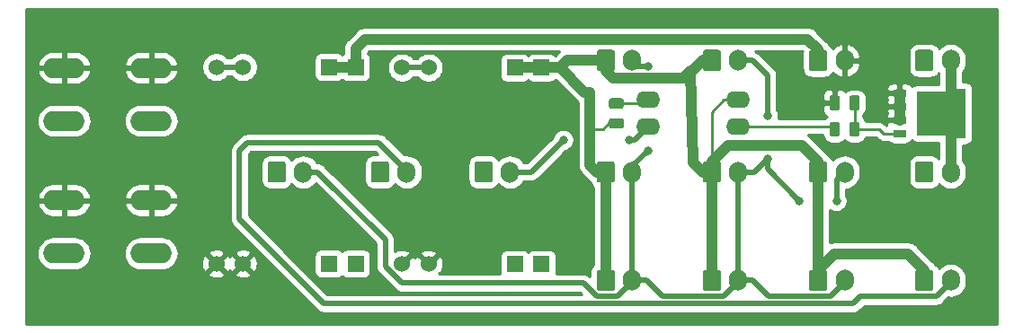
<source format=gbr>
G04 #@! TF.GenerationSoftware,KiCad,Pcbnew,(5.1.5)-3*
G04 #@! TF.CreationDate,2021-02-12T21:05:29+01:00*
G04 #@! TF.ProjectId,Mainboard,4d61696e-626f-4617-9264-2e6b69636164,rev?*
G04 #@! TF.SameCoordinates,Original*
G04 #@! TF.FileFunction,Copper,L1,Top*
G04 #@! TF.FilePolarity,Positive*
%FSLAX46Y46*%
G04 Gerber Fmt 4.6, Leading zero omitted, Abs format (unit mm)*
G04 Created by KiCad (PCBNEW (5.1.5)-3) date 2021-02-12 21:05:29*
%MOMM*%
%LPD*%
G04 APERTURE LIST*
%ADD10O,2.250000X1.600000*%
%ADD11O,3.860800X1.930400*%
%ADD12R,1.524000X1.524000*%
%ADD13C,1.524000*%
%ADD14O,1.700000X2.000000*%
%ADD15C,0.100000*%
%ADD16R,1.150000X0.700000*%
%ADD17C,0.800000*%
%ADD18C,1.000000*%
%ADD19C,0.500000*%
%ADD20C,0.250000*%
%ADD21C,0.254000*%
G04 APERTURE END LIST*
D10*
X214500000Y-34230000D03*
X214500000Y-36770000D03*
X223000000Y-36770000D03*
X223000000Y-34230000D03*
D11*
X159500000Y-48700000D03*
X167700000Y-48700000D03*
X159500000Y-43700000D03*
X167700000Y-43700000D03*
X159500000Y-36200000D03*
X167700000Y-36200000D03*
X159500000Y-31200000D03*
X167700000Y-31200000D03*
D12*
X186946000Y-31134000D03*
X184446000Y-31134000D03*
D13*
X176318000Y-31134000D03*
X173818000Y-31134000D03*
D12*
X186946000Y-49676000D03*
X184446000Y-49676000D03*
D13*
X176318000Y-49676000D03*
X173818000Y-49676000D03*
D12*
X204446000Y-31180000D03*
X201946000Y-31180000D03*
D13*
X193818000Y-31180000D03*
X191318000Y-31180000D03*
D12*
X204446000Y-49722000D03*
X201946000Y-49722000D03*
D13*
X193818000Y-49722000D03*
X191318000Y-49722000D03*
D14*
X201500000Y-41025000D03*
G04 #@! TA.AperFunction,ComponentPad*
D15*
G36*
X199624504Y-40026204D02*
G01*
X199648773Y-40029804D01*
X199672571Y-40035765D01*
X199695671Y-40044030D01*
X199717849Y-40054520D01*
X199738893Y-40067133D01*
X199758598Y-40081747D01*
X199776777Y-40098223D01*
X199793253Y-40116402D01*
X199807867Y-40136107D01*
X199820480Y-40157151D01*
X199830970Y-40179329D01*
X199839235Y-40202429D01*
X199845196Y-40226227D01*
X199848796Y-40250496D01*
X199850000Y-40275000D01*
X199850000Y-41775000D01*
X199848796Y-41799504D01*
X199845196Y-41823773D01*
X199839235Y-41847571D01*
X199830970Y-41870671D01*
X199820480Y-41892849D01*
X199807867Y-41913893D01*
X199793253Y-41933598D01*
X199776777Y-41951777D01*
X199758598Y-41968253D01*
X199738893Y-41982867D01*
X199717849Y-41995480D01*
X199695671Y-42005970D01*
X199672571Y-42014235D01*
X199648773Y-42020196D01*
X199624504Y-42023796D01*
X199600000Y-42025000D01*
X198400000Y-42025000D01*
X198375496Y-42023796D01*
X198351227Y-42020196D01*
X198327429Y-42014235D01*
X198304329Y-42005970D01*
X198282151Y-41995480D01*
X198261107Y-41982867D01*
X198241402Y-41968253D01*
X198223223Y-41951777D01*
X198206747Y-41933598D01*
X198192133Y-41913893D01*
X198179520Y-41892849D01*
X198169030Y-41870671D01*
X198160765Y-41847571D01*
X198154804Y-41823773D01*
X198151204Y-41799504D01*
X198150000Y-41775000D01*
X198150000Y-40275000D01*
X198151204Y-40250496D01*
X198154804Y-40226227D01*
X198160765Y-40202429D01*
X198169030Y-40179329D01*
X198179520Y-40157151D01*
X198192133Y-40136107D01*
X198206747Y-40116402D01*
X198223223Y-40098223D01*
X198241402Y-40081747D01*
X198261107Y-40067133D01*
X198282151Y-40054520D01*
X198304329Y-40044030D01*
X198327429Y-40035765D01*
X198351227Y-40029804D01*
X198375496Y-40026204D01*
X198400000Y-40025000D01*
X199600000Y-40025000D01*
X199624504Y-40026204D01*
G37*
G04 #@! TD.AperFunction*
D14*
X191750000Y-41025000D03*
G04 #@! TA.AperFunction,ComponentPad*
D15*
G36*
X189874504Y-40026204D02*
G01*
X189898773Y-40029804D01*
X189922571Y-40035765D01*
X189945671Y-40044030D01*
X189967849Y-40054520D01*
X189988893Y-40067133D01*
X190008598Y-40081747D01*
X190026777Y-40098223D01*
X190043253Y-40116402D01*
X190057867Y-40136107D01*
X190070480Y-40157151D01*
X190080970Y-40179329D01*
X190089235Y-40202429D01*
X190095196Y-40226227D01*
X190098796Y-40250496D01*
X190100000Y-40275000D01*
X190100000Y-41775000D01*
X190098796Y-41799504D01*
X190095196Y-41823773D01*
X190089235Y-41847571D01*
X190080970Y-41870671D01*
X190070480Y-41892849D01*
X190057867Y-41913893D01*
X190043253Y-41933598D01*
X190026777Y-41951777D01*
X190008598Y-41968253D01*
X189988893Y-41982867D01*
X189967849Y-41995480D01*
X189945671Y-42005970D01*
X189922571Y-42014235D01*
X189898773Y-42020196D01*
X189874504Y-42023796D01*
X189850000Y-42025000D01*
X188650000Y-42025000D01*
X188625496Y-42023796D01*
X188601227Y-42020196D01*
X188577429Y-42014235D01*
X188554329Y-42005970D01*
X188532151Y-41995480D01*
X188511107Y-41982867D01*
X188491402Y-41968253D01*
X188473223Y-41951777D01*
X188456747Y-41933598D01*
X188442133Y-41913893D01*
X188429520Y-41892849D01*
X188419030Y-41870671D01*
X188410765Y-41847571D01*
X188404804Y-41823773D01*
X188401204Y-41799504D01*
X188400000Y-41775000D01*
X188400000Y-40275000D01*
X188401204Y-40250496D01*
X188404804Y-40226227D01*
X188410765Y-40202429D01*
X188419030Y-40179329D01*
X188429520Y-40157151D01*
X188442133Y-40136107D01*
X188456747Y-40116402D01*
X188473223Y-40098223D01*
X188491402Y-40081747D01*
X188511107Y-40067133D01*
X188532151Y-40054520D01*
X188554329Y-40044030D01*
X188577429Y-40035765D01*
X188601227Y-40029804D01*
X188625496Y-40026204D01*
X188650000Y-40025000D01*
X189850000Y-40025000D01*
X189874504Y-40026204D01*
G37*
G04 #@! TD.AperFunction*
D14*
X182000000Y-41025000D03*
G04 #@! TA.AperFunction,ComponentPad*
D15*
G36*
X180124504Y-40026204D02*
G01*
X180148773Y-40029804D01*
X180172571Y-40035765D01*
X180195671Y-40044030D01*
X180217849Y-40054520D01*
X180238893Y-40067133D01*
X180258598Y-40081747D01*
X180276777Y-40098223D01*
X180293253Y-40116402D01*
X180307867Y-40136107D01*
X180320480Y-40157151D01*
X180330970Y-40179329D01*
X180339235Y-40202429D01*
X180345196Y-40226227D01*
X180348796Y-40250496D01*
X180350000Y-40275000D01*
X180350000Y-41775000D01*
X180348796Y-41799504D01*
X180345196Y-41823773D01*
X180339235Y-41847571D01*
X180330970Y-41870671D01*
X180320480Y-41892849D01*
X180307867Y-41913893D01*
X180293253Y-41933598D01*
X180276777Y-41951777D01*
X180258598Y-41968253D01*
X180238893Y-41982867D01*
X180217849Y-41995480D01*
X180195671Y-42005970D01*
X180172571Y-42014235D01*
X180148773Y-42020196D01*
X180124504Y-42023796D01*
X180100000Y-42025000D01*
X178900000Y-42025000D01*
X178875496Y-42023796D01*
X178851227Y-42020196D01*
X178827429Y-42014235D01*
X178804329Y-42005970D01*
X178782151Y-41995480D01*
X178761107Y-41982867D01*
X178741402Y-41968253D01*
X178723223Y-41951777D01*
X178706747Y-41933598D01*
X178692133Y-41913893D01*
X178679520Y-41892849D01*
X178669030Y-41870671D01*
X178660765Y-41847571D01*
X178654804Y-41823773D01*
X178651204Y-41799504D01*
X178650000Y-41775000D01*
X178650000Y-40275000D01*
X178651204Y-40250496D01*
X178654804Y-40226227D01*
X178660765Y-40202429D01*
X178669030Y-40179329D01*
X178679520Y-40157151D01*
X178692133Y-40136107D01*
X178706747Y-40116402D01*
X178723223Y-40098223D01*
X178741402Y-40081747D01*
X178761107Y-40067133D01*
X178782151Y-40054520D01*
X178804329Y-40044030D01*
X178827429Y-40035765D01*
X178851227Y-40029804D01*
X178875496Y-40026204D01*
X178900000Y-40025000D01*
X180100000Y-40025000D01*
X180124504Y-40026204D01*
G37*
G04 #@! TD.AperFunction*
D14*
X243000000Y-30500000D03*
G04 #@! TA.AperFunction,ComponentPad*
D15*
G36*
X241124504Y-29501204D02*
G01*
X241148773Y-29504804D01*
X241172571Y-29510765D01*
X241195671Y-29519030D01*
X241217849Y-29529520D01*
X241238893Y-29542133D01*
X241258598Y-29556747D01*
X241276777Y-29573223D01*
X241293253Y-29591402D01*
X241307867Y-29611107D01*
X241320480Y-29632151D01*
X241330970Y-29654329D01*
X241339235Y-29677429D01*
X241345196Y-29701227D01*
X241348796Y-29725496D01*
X241350000Y-29750000D01*
X241350000Y-31250000D01*
X241348796Y-31274504D01*
X241345196Y-31298773D01*
X241339235Y-31322571D01*
X241330970Y-31345671D01*
X241320480Y-31367849D01*
X241307867Y-31388893D01*
X241293253Y-31408598D01*
X241276777Y-31426777D01*
X241258598Y-31443253D01*
X241238893Y-31457867D01*
X241217849Y-31470480D01*
X241195671Y-31480970D01*
X241172571Y-31489235D01*
X241148773Y-31495196D01*
X241124504Y-31498796D01*
X241100000Y-31500000D01*
X239900000Y-31500000D01*
X239875496Y-31498796D01*
X239851227Y-31495196D01*
X239827429Y-31489235D01*
X239804329Y-31480970D01*
X239782151Y-31470480D01*
X239761107Y-31457867D01*
X239741402Y-31443253D01*
X239723223Y-31426777D01*
X239706747Y-31408598D01*
X239692133Y-31388893D01*
X239679520Y-31367849D01*
X239669030Y-31345671D01*
X239660765Y-31322571D01*
X239654804Y-31298773D01*
X239651204Y-31274504D01*
X239650000Y-31250000D01*
X239650000Y-29750000D01*
X239651204Y-29725496D01*
X239654804Y-29701227D01*
X239660765Y-29677429D01*
X239669030Y-29654329D01*
X239679520Y-29632151D01*
X239692133Y-29611107D01*
X239706747Y-29591402D01*
X239723223Y-29573223D01*
X239741402Y-29556747D01*
X239761107Y-29542133D01*
X239782151Y-29529520D01*
X239804329Y-29519030D01*
X239827429Y-29510765D01*
X239851227Y-29504804D01*
X239875496Y-29501204D01*
X239900000Y-29500000D01*
X241100000Y-29500000D01*
X241124504Y-29501204D01*
G37*
G04 #@! TD.AperFunction*
D14*
X243000000Y-41025000D03*
G04 #@! TA.AperFunction,ComponentPad*
D15*
G36*
X241124504Y-40026204D02*
G01*
X241148773Y-40029804D01*
X241172571Y-40035765D01*
X241195671Y-40044030D01*
X241217849Y-40054520D01*
X241238893Y-40067133D01*
X241258598Y-40081747D01*
X241276777Y-40098223D01*
X241293253Y-40116402D01*
X241307867Y-40136107D01*
X241320480Y-40157151D01*
X241330970Y-40179329D01*
X241339235Y-40202429D01*
X241345196Y-40226227D01*
X241348796Y-40250496D01*
X241350000Y-40275000D01*
X241350000Y-41775000D01*
X241348796Y-41799504D01*
X241345196Y-41823773D01*
X241339235Y-41847571D01*
X241330970Y-41870671D01*
X241320480Y-41892849D01*
X241307867Y-41913893D01*
X241293253Y-41933598D01*
X241276777Y-41951777D01*
X241258598Y-41968253D01*
X241238893Y-41982867D01*
X241217849Y-41995480D01*
X241195671Y-42005970D01*
X241172571Y-42014235D01*
X241148773Y-42020196D01*
X241124504Y-42023796D01*
X241100000Y-42025000D01*
X239900000Y-42025000D01*
X239875496Y-42023796D01*
X239851227Y-42020196D01*
X239827429Y-42014235D01*
X239804329Y-42005970D01*
X239782151Y-41995480D01*
X239761107Y-41982867D01*
X239741402Y-41968253D01*
X239723223Y-41951777D01*
X239706747Y-41933598D01*
X239692133Y-41913893D01*
X239679520Y-41892849D01*
X239669030Y-41870671D01*
X239660765Y-41847571D01*
X239654804Y-41823773D01*
X239651204Y-41799504D01*
X239650000Y-41775000D01*
X239650000Y-40275000D01*
X239651204Y-40250496D01*
X239654804Y-40226227D01*
X239660765Y-40202429D01*
X239669030Y-40179329D01*
X239679520Y-40157151D01*
X239692133Y-40136107D01*
X239706747Y-40116402D01*
X239723223Y-40098223D01*
X239741402Y-40081747D01*
X239761107Y-40067133D01*
X239782151Y-40054520D01*
X239804329Y-40044030D01*
X239827429Y-40035765D01*
X239851227Y-40029804D01*
X239875496Y-40026204D01*
X239900000Y-40025000D01*
X241100000Y-40025000D01*
X241124504Y-40026204D01*
G37*
G04 #@! TD.AperFunction*
D14*
X243000000Y-51250000D03*
G04 #@! TA.AperFunction,ComponentPad*
D15*
G36*
X241124504Y-50251204D02*
G01*
X241148773Y-50254804D01*
X241172571Y-50260765D01*
X241195671Y-50269030D01*
X241217849Y-50279520D01*
X241238893Y-50292133D01*
X241258598Y-50306747D01*
X241276777Y-50323223D01*
X241293253Y-50341402D01*
X241307867Y-50361107D01*
X241320480Y-50382151D01*
X241330970Y-50404329D01*
X241339235Y-50427429D01*
X241345196Y-50451227D01*
X241348796Y-50475496D01*
X241350000Y-50500000D01*
X241350000Y-52000000D01*
X241348796Y-52024504D01*
X241345196Y-52048773D01*
X241339235Y-52072571D01*
X241330970Y-52095671D01*
X241320480Y-52117849D01*
X241307867Y-52138893D01*
X241293253Y-52158598D01*
X241276777Y-52176777D01*
X241258598Y-52193253D01*
X241238893Y-52207867D01*
X241217849Y-52220480D01*
X241195671Y-52230970D01*
X241172571Y-52239235D01*
X241148773Y-52245196D01*
X241124504Y-52248796D01*
X241100000Y-52250000D01*
X239900000Y-52250000D01*
X239875496Y-52248796D01*
X239851227Y-52245196D01*
X239827429Y-52239235D01*
X239804329Y-52230970D01*
X239782151Y-52220480D01*
X239761107Y-52207867D01*
X239741402Y-52193253D01*
X239723223Y-52176777D01*
X239706747Y-52158598D01*
X239692133Y-52138893D01*
X239679520Y-52117849D01*
X239669030Y-52095671D01*
X239660765Y-52072571D01*
X239654804Y-52048773D01*
X239651204Y-52024504D01*
X239650000Y-52000000D01*
X239650000Y-50500000D01*
X239651204Y-50475496D01*
X239654804Y-50451227D01*
X239660765Y-50427429D01*
X239669030Y-50404329D01*
X239679520Y-50382151D01*
X239692133Y-50361107D01*
X239706747Y-50341402D01*
X239723223Y-50323223D01*
X239741402Y-50306747D01*
X239761107Y-50292133D01*
X239782151Y-50279520D01*
X239804329Y-50269030D01*
X239827429Y-50260765D01*
X239851227Y-50254804D01*
X239875496Y-50251204D01*
X239900000Y-50250000D01*
X241100000Y-50250000D01*
X241124504Y-50251204D01*
G37*
G04 #@! TD.AperFunction*
D14*
X233000000Y-30500000D03*
G04 #@! TA.AperFunction,ComponentPad*
D15*
G36*
X231124504Y-29501204D02*
G01*
X231148773Y-29504804D01*
X231172571Y-29510765D01*
X231195671Y-29519030D01*
X231217849Y-29529520D01*
X231238893Y-29542133D01*
X231258598Y-29556747D01*
X231276777Y-29573223D01*
X231293253Y-29591402D01*
X231307867Y-29611107D01*
X231320480Y-29632151D01*
X231330970Y-29654329D01*
X231339235Y-29677429D01*
X231345196Y-29701227D01*
X231348796Y-29725496D01*
X231350000Y-29750000D01*
X231350000Y-31250000D01*
X231348796Y-31274504D01*
X231345196Y-31298773D01*
X231339235Y-31322571D01*
X231330970Y-31345671D01*
X231320480Y-31367849D01*
X231307867Y-31388893D01*
X231293253Y-31408598D01*
X231276777Y-31426777D01*
X231258598Y-31443253D01*
X231238893Y-31457867D01*
X231217849Y-31470480D01*
X231195671Y-31480970D01*
X231172571Y-31489235D01*
X231148773Y-31495196D01*
X231124504Y-31498796D01*
X231100000Y-31500000D01*
X229900000Y-31500000D01*
X229875496Y-31498796D01*
X229851227Y-31495196D01*
X229827429Y-31489235D01*
X229804329Y-31480970D01*
X229782151Y-31470480D01*
X229761107Y-31457867D01*
X229741402Y-31443253D01*
X229723223Y-31426777D01*
X229706747Y-31408598D01*
X229692133Y-31388893D01*
X229679520Y-31367849D01*
X229669030Y-31345671D01*
X229660765Y-31322571D01*
X229654804Y-31298773D01*
X229651204Y-31274504D01*
X229650000Y-31250000D01*
X229650000Y-29750000D01*
X229651204Y-29725496D01*
X229654804Y-29701227D01*
X229660765Y-29677429D01*
X229669030Y-29654329D01*
X229679520Y-29632151D01*
X229692133Y-29611107D01*
X229706747Y-29591402D01*
X229723223Y-29573223D01*
X229741402Y-29556747D01*
X229761107Y-29542133D01*
X229782151Y-29529520D01*
X229804329Y-29519030D01*
X229827429Y-29510765D01*
X229851227Y-29504804D01*
X229875496Y-29501204D01*
X229900000Y-29500000D01*
X231100000Y-29500000D01*
X231124504Y-29501204D01*
G37*
G04 #@! TD.AperFunction*
D14*
X233000000Y-41025000D03*
G04 #@! TA.AperFunction,ComponentPad*
D15*
G36*
X231124504Y-40026204D02*
G01*
X231148773Y-40029804D01*
X231172571Y-40035765D01*
X231195671Y-40044030D01*
X231217849Y-40054520D01*
X231238893Y-40067133D01*
X231258598Y-40081747D01*
X231276777Y-40098223D01*
X231293253Y-40116402D01*
X231307867Y-40136107D01*
X231320480Y-40157151D01*
X231330970Y-40179329D01*
X231339235Y-40202429D01*
X231345196Y-40226227D01*
X231348796Y-40250496D01*
X231350000Y-40275000D01*
X231350000Y-41775000D01*
X231348796Y-41799504D01*
X231345196Y-41823773D01*
X231339235Y-41847571D01*
X231330970Y-41870671D01*
X231320480Y-41892849D01*
X231307867Y-41913893D01*
X231293253Y-41933598D01*
X231276777Y-41951777D01*
X231258598Y-41968253D01*
X231238893Y-41982867D01*
X231217849Y-41995480D01*
X231195671Y-42005970D01*
X231172571Y-42014235D01*
X231148773Y-42020196D01*
X231124504Y-42023796D01*
X231100000Y-42025000D01*
X229900000Y-42025000D01*
X229875496Y-42023796D01*
X229851227Y-42020196D01*
X229827429Y-42014235D01*
X229804329Y-42005970D01*
X229782151Y-41995480D01*
X229761107Y-41982867D01*
X229741402Y-41968253D01*
X229723223Y-41951777D01*
X229706747Y-41933598D01*
X229692133Y-41913893D01*
X229679520Y-41892849D01*
X229669030Y-41870671D01*
X229660765Y-41847571D01*
X229654804Y-41823773D01*
X229651204Y-41799504D01*
X229650000Y-41775000D01*
X229650000Y-40275000D01*
X229651204Y-40250496D01*
X229654804Y-40226227D01*
X229660765Y-40202429D01*
X229669030Y-40179329D01*
X229679520Y-40157151D01*
X229692133Y-40136107D01*
X229706747Y-40116402D01*
X229723223Y-40098223D01*
X229741402Y-40081747D01*
X229761107Y-40067133D01*
X229782151Y-40054520D01*
X229804329Y-40044030D01*
X229827429Y-40035765D01*
X229851227Y-40029804D01*
X229875496Y-40026204D01*
X229900000Y-40025000D01*
X231100000Y-40025000D01*
X231124504Y-40026204D01*
G37*
G04 #@! TD.AperFunction*
D14*
X233000000Y-51250000D03*
G04 #@! TA.AperFunction,ComponentPad*
D15*
G36*
X231124504Y-50251204D02*
G01*
X231148773Y-50254804D01*
X231172571Y-50260765D01*
X231195671Y-50269030D01*
X231217849Y-50279520D01*
X231238893Y-50292133D01*
X231258598Y-50306747D01*
X231276777Y-50323223D01*
X231293253Y-50341402D01*
X231307867Y-50361107D01*
X231320480Y-50382151D01*
X231330970Y-50404329D01*
X231339235Y-50427429D01*
X231345196Y-50451227D01*
X231348796Y-50475496D01*
X231350000Y-50500000D01*
X231350000Y-52000000D01*
X231348796Y-52024504D01*
X231345196Y-52048773D01*
X231339235Y-52072571D01*
X231330970Y-52095671D01*
X231320480Y-52117849D01*
X231307867Y-52138893D01*
X231293253Y-52158598D01*
X231276777Y-52176777D01*
X231258598Y-52193253D01*
X231238893Y-52207867D01*
X231217849Y-52220480D01*
X231195671Y-52230970D01*
X231172571Y-52239235D01*
X231148773Y-52245196D01*
X231124504Y-52248796D01*
X231100000Y-52250000D01*
X229900000Y-52250000D01*
X229875496Y-52248796D01*
X229851227Y-52245196D01*
X229827429Y-52239235D01*
X229804329Y-52230970D01*
X229782151Y-52220480D01*
X229761107Y-52207867D01*
X229741402Y-52193253D01*
X229723223Y-52176777D01*
X229706747Y-52158598D01*
X229692133Y-52138893D01*
X229679520Y-52117849D01*
X229669030Y-52095671D01*
X229660765Y-52072571D01*
X229654804Y-52048773D01*
X229651204Y-52024504D01*
X229650000Y-52000000D01*
X229650000Y-50500000D01*
X229651204Y-50475496D01*
X229654804Y-50451227D01*
X229660765Y-50427429D01*
X229669030Y-50404329D01*
X229679520Y-50382151D01*
X229692133Y-50361107D01*
X229706747Y-50341402D01*
X229723223Y-50323223D01*
X229741402Y-50306747D01*
X229761107Y-50292133D01*
X229782151Y-50279520D01*
X229804329Y-50269030D01*
X229827429Y-50260765D01*
X229851227Y-50254804D01*
X229875496Y-50251204D01*
X229900000Y-50250000D01*
X231100000Y-50250000D01*
X231124504Y-50251204D01*
G37*
G04 #@! TD.AperFunction*
D14*
X223000000Y-41025000D03*
G04 #@! TA.AperFunction,ComponentPad*
D15*
G36*
X221124504Y-40026204D02*
G01*
X221148773Y-40029804D01*
X221172571Y-40035765D01*
X221195671Y-40044030D01*
X221217849Y-40054520D01*
X221238893Y-40067133D01*
X221258598Y-40081747D01*
X221276777Y-40098223D01*
X221293253Y-40116402D01*
X221307867Y-40136107D01*
X221320480Y-40157151D01*
X221330970Y-40179329D01*
X221339235Y-40202429D01*
X221345196Y-40226227D01*
X221348796Y-40250496D01*
X221350000Y-40275000D01*
X221350000Y-41775000D01*
X221348796Y-41799504D01*
X221345196Y-41823773D01*
X221339235Y-41847571D01*
X221330970Y-41870671D01*
X221320480Y-41892849D01*
X221307867Y-41913893D01*
X221293253Y-41933598D01*
X221276777Y-41951777D01*
X221258598Y-41968253D01*
X221238893Y-41982867D01*
X221217849Y-41995480D01*
X221195671Y-42005970D01*
X221172571Y-42014235D01*
X221148773Y-42020196D01*
X221124504Y-42023796D01*
X221100000Y-42025000D01*
X219900000Y-42025000D01*
X219875496Y-42023796D01*
X219851227Y-42020196D01*
X219827429Y-42014235D01*
X219804329Y-42005970D01*
X219782151Y-41995480D01*
X219761107Y-41982867D01*
X219741402Y-41968253D01*
X219723223Y-41951777D01*
X219706747Y-41933598D01*
X219692133Y-41913893D01*
X219679520Y-41892849D01*
X219669030Y-41870671D01*
X219660765Y-41847571D01*
X219654804Y-41823773D01*
X219651204Y-41799504D01*
X219650000Y-41775000D01*
X219650000Y-40275000D01*
X219651204Y-40250496D01*
X219654804Y-40226227D01*
X219660765Y-40202429D01*
X219669030Y-40179329D01*
X219679520Y-40157151D01*
X219692133Y-40136107D01*
X219706747Y-40116402D01*
X219723223Y-40098223D01*
X219741402Y-40081747D01*
X219761107Y-40067133D01*
X219782151Y-40054520D01*
X219804329Y-40044030D01*
X219827429Y-40035765D01*
X219851227Y-40029804D01*
X219875496Y-40026204D01*
X219900000Y-40025000D01*
X221100000Y-40025000D01*
X221124504Y-40026204D01*
G37*
G04 #@! TD.AperFunction*
D14*
X223000000Y-30500000D03*
G04 #@! TA.AperFunction,ComponentPad*
D15*
G36*
X221124504Y-29501204D02*
G01*
X221148773Y-29504804D01*
X221172571Y-29510765D01*
X221195671Y-29519030D01*
X221217849Y-29529520D01*
X221238893Y-29542133D01*
X221258598Y-29556747D01*
X221276777Y-29573223D01*
X221293253Y-29591402D01*
X221307867Y-29611107D01*
X221320480Y-29632151D01*
X221330970Y-29654329D01*
X221339235Y-29677429D01*
X221345196Y-29701227D01*
X221348796Y-29725496D01*
X221350000Y-29750000D01*
X221350000Y-31250000D01*
X221348796Y-31274504D01*
X221345196Y-31298773D01*
X221339235Y-31322571D01*
X221330970Y-31345671D01*
X221320480Y-31367849D01*
X221307867Y-31388893D01*
X221293253Y-31408598D01*
X221276777Y-31426777D01*
X221258598Y-31443253D01*
X221238893Y-31457867D01*
X221217849Y-31470480D01*
X221195671Y-31480970D01*
X221172571Y-31489235D01*
X221148773Y-31495196D01*
X221124504Y-31498796D01*
X221100000Y-31500000D01*
X219900000Y-31500000D01*
X219875496Y-31498796D01*
X219851227Y-31495196D01*
X219827429Y-31489235D01*
X219804329Y-31480970D01*
X219782151Y-31470480D01*
X219761107Y-31457867D01*
X219741402Y-31443253D01*
X219723223Y-31426777D01*
X219706747Y-31408598D01*
X219692133Y-31388893D01*
X219679520Y-31367849D01*
X219669030Y-31345671D01*
X219660765Y-31322571D01*
X219654804Y-31298773D01*
X219651204Y-31274504D01*
X219650000Y-31250000D01*
X219650000Y-29750000D01*
X219651204Y-29725496D01*
X219654804Y-29701227D01*
X219660765Y-29677429D01*
X219669030Y-29654329D01*
X219679520Y-29632151D01*
X219692133Y-29611107D01*
X219706747Y-29591402D01*
X219723223Y-29573223D01*
X219741402Y-29556747D01*
X219761107Y-29542133D01*
X219782151Y-29529520D01*
X219804329Y-29519030D01*
X219827429Y-29510765D01*
X219851227Y-29504804D01*
X219875496Y-29501204D01*
X219900000Y-29500000D01*
X221100000Y-29500000D01*
X221124504Y-29501204D01*
G37*
G04 #@! TD.AperFunction*
D14*
X223000000Y-51250000D03*
G04 #@! TA.AperFunction,ComponentPad*
D15*
G36*
X221124504Y-50251204D02*
G01*
X221148773Y-50254804D01*
X221172571Y-50260765D01*
X221195671Y-50269030D01*
X221217849Y-50279520D01*
X221238893Y-50292133D01*
X221258598Y-50306747D01*
X221276777Y-50323223D01*
X221293253Y-50341402D01*
X221307867Y-50361107D01*
X221320480Y-50382151D01*
X221330970Y-50404329D01*
X221339235Y-50427429D01*
X221345196Y-50451227D01*
X221348796Y-50475496D01*
X221350000Y-50500000D01*
X221350000Y-52000000D01*
X221348796Y-52024504D01*
X221345196Y-52048773D01*
X221339235Y-52072571D01*
X221330970Y-52095671D01*
X221320480Y-52117849D01*
X221307867Y-52138893D01*
X221293253Y-52158598D01*
X221276777Y-52176777D01*
X221258598Y-52193253D01*
X221238893Y-52207867D01*
X221217849Y-52220480D01*
X221195671Y-52230970D01*
X221172571Y-52239235D01*
X221148773Y-52245196D01*
X221124504Y-52248796D01*
X221100000Y-52250000D01*
X219900000Y-52250000D01*
X219875496Y-52248796D01*
X219851227Y-52245196D01*
X219827429Y-52239235D01*
X219804329Y-52230970D01*
X219782151Y-52220480D01*
X219761107Y-52207867D01*
X219741402Y-52193253D01*
X219723223Y-52176777D01*
X219706747Y-52158598D01*
X219692133Y-52138893D01*
X219679520Y-52117849D01*
X219669030Y-52095671D01*
X219660765Y-52072571D01*
X219654804Y-52048773D01*
X219651204Y-52024504D01*
X219650000Y-52000000D01*
X219650000Y-50500000D01*
X219651204Y-50475496D01*
X219654804Y-50451227D01*
X219660765Y-50427429D01*
X219669030Y-50404329D01*
X219679520Y-50382151D01*
X219692133Y-50361107D01*
X219706747Y-50341402D01*
X219723223Y-50323223D01*
X219741402Y-50306747D01*
X219761107Y-50292133D01*
X219782151Y-50279520D01*
X219804329Y-50269030D01*
X219827429Y-50260765D01*
X219851227Y-50254804D01*
X219875496Y-50251204D01*
X219900000Y-50250000D01*
X221100000Y-50250000D01*
X221124504Y-50251204D01*
G37*
G04 #@! TD.AperFunction*
D14*
X213000000Y-30500000D03*
G04 #@! TA.AperFunction,ComponentPad*
D15*
G36*
X211124504Y-29501204D02*
G01*
X211148773Y-29504804D01*
X211172571Y-29510765D01*
X211195671Y-29519030D01*
X211217849Y-29529520D01*
X211238893Y-29542133D01*
X211258598Y-29556747D01*
X211276777Y-29573223D01*
X211293253Y-29591402D01*
X211307867Y-29611107D01*
X211320480Y-29632151D01*
X211330970Y-29654329D01*
X211339235Y-29677429D01*
X211345196Y-29701227D01*
X211348796Y-29725496D01*
X211350000Y-29750000D01*
X211350000Y-31250000D01*
X211348796Y-31274504D01*
X211345196Y-31298773D01*
X211339235Y-31322571D01*
X211330970Y-31345671D01*
X211320480Y-31367849D01*
X211307867Y-31388893D01*
X211293253Y-31408598D01*
X211276777Y-31426777D01*
X211258598Y-31443253D01*
X211238893Y-31457867D01*
X211217849Y-31470480D01*
X211195671Y-31480970D01*
X211172571Y-31489235D01*
X211148773Y-31495196D01*
X211124504Y-31498796D01*
X211100000Y-31500000D01*
X209900000Y-31500000D01*
X209875496Y-31498796D01*
X209851227Y-31495196D01*
X209827429Y-31489235D01*
X209804329Y-31480970D01*
X209782151Y-31470480D01*
X209761107Y-31457867D01*
X209741402Y-31443253D01*
X209723223Y-31426777D01*
X209706747Y-31408598D01*
X209692133Y-31388893D01*
X209679520Y-31367849D01*
X209669030Y-31345671D01*
X209660765Y-31322571D01*
X209654804Y-31298773D01*
X209651204Y-31274504D01*
X209650000Y-31250000D01*
X209650000Y-29750000D01*
X209651204Y-29725496D01*
X209654804Y-29701227D01*
X209660765Y-29677429D01*
X209669030Y-29654329D01*
X209679520Y-29632151D01*
X209692133Y-29611107D01*
X209706747Y-29591402D01*
X209723223Y-29573223D01*
X209741402Y-29556747D01*
X209761107Y-29542133D01*
X209782151Y-29529520D01*
X209804329Y-29519030D01*
X209827429Y-29510765D01*
X209851227Y-29504804D01*
X209875496Y-29501204D01*
X209900000Y-29500000D01*
X211100000Y-29500000D01*
X211124504Y-29501204D01*
G37*
G04 #@! TD.AperFunction*
D14*
X213000000Y-41025000D03*
G04 #@! TA.AperFunction,ComponentPad*
D15*
G36*
X211124504Y-40026204D02*
G01*
X211148773Y-40029804D01*
X211172571Y-40035765D01*
X211195671Y-40044030D01*
X211217849Y-40054520D01*
X211238893Y-40067133D01*
X211258598Y-40081747D01*
X211276777Y-40098223D01*
X211293253Y-40116402D01*
X211307867Y-40136107D01*
X211320480Y-40157151D01*
X211330970Y-40179329D01*
X211339235Y-40202429D01*
X211345196Y-40226227D01*
X211348796Y-40250496D01*
X211350000Y-40275000D01*
X211350000Y-41775000D01*
X211348796Y-41799504D01*
X211345196Y-41823773D01*
X211339235Y-41847571D01*
X211330970Y-41870671D01*
X211320480Y-41892849D01*
X211307867Y-41913893D01*
X211293253Y-41933598D01*
X211276777Y-41951777D01*
X211258598Y-41968253D01*
X211238893Y-41982867D01*
X211217849Y-41995480D01*
X211195671Y-42005970D01*
X211172571Y-42014235D01*
X211148773Y-42020196D01*
X211124504Y-42023796D01*
X211100000Y-42025000D01*
X209900000Y-42025000D01*
X209875496Y-42023796D01*
X209851227Y-42020196D01*
X209827429Y-42014235D01*
X209804329Y-42005970D01*
X209782151Y-41995480D01*
X209761107Y-41982867D01*
X209741402Y-41968253D01*
X209723223Y-41951777D01*
X209706747Y-41933598D01*
X209692133Y-41913893D01*
X209679520Y-41892849D01*
X209669030Y-41870671D01*
X209660765Y-41847571D01*
X209654804Y-41823773D01*
X209651204Y-41799504D01*
X209650000Y-41775000D01*
X209650000Y-40275000D01*
X209651204Y-40250496D01*
X209654804Y-40226227D01*
X209660765Y-40202429D01*
X209669030Y-40179329D01*
X209679520Y-40157151D01*
X209692133Y-40136107D01*
X209706747Y-40116402D01*
X209723223Y-40098223D01*
X209741402Y-40081747D01*
X209761107Y-40067133D01*
X209782151Y-40054520D01*
X209804329Y-40044030D01*
X209827429Y-40035765D01*
X209851227Y-40029804D01*
X209875496Y-40026204D01*
X209900000Y-40025000D01*
X211100000Y-40025000D01*
X211124504Y-40026204D01*
G37*
G04 #@! TD.AperFunction*
D14*
X213000000Y-51250000D03*
G04 #@! TA.AperFunction,ComponentPad*
D15*
G36*
X211124504Y-50251204D02*
G01*
X211148773Y-50254804D01*
X211172571Y-50260765D01*
X211195671Y-50269030D01*
X211217849Y-50279520D01*
X211238893Y-50292133D01*
X211258598Y-50306747D01*
X211276777Y-50323223D01*
X211293253Y-50341402D01*
X211307867Y-50361107D01*
X211320480Y-50382151D01*
X211330970Y-50404329D01*
X211339235Y-50427429D01*
X211345196Y-50451227D01*
X211348796Y-50475496D01*
X211350000Y-50500000D01*
X211350000Y-52000000D01*
X211348796Y-52024504D01*
X211345196Y-52048773D01*
X211339235Y-52072571D01*
X211330970Y-52095671D01*
X211320480Y-52117849D01*
X211307867Y-52138893D01*
X211293253Y-52158598D01*
X211276777Y-52176777D01*
X211258598Y-52193253D01*
X211238893Y-52207867D01*
X211217849Y-52220480D01*
X211195671Y-52230970D01*
X211172571Y-52239235D01*
X211148773Y-52245196D01*
X211124504Y-52248796D01*
X211100000Y-52250000D01*
X209900000Y-52250000D01*
X209875496Y-52248796D01*
X209851227Y-52245196D01*
X209827429Y-52239235D01*
X209804329Y-52230970D01*
X209782151Y-52220480D01*
X209761107Y-52207867D01*
X209741402Y-52193253D01*
X209723223Y-52176777D01*
X209706747Y-52158598D01*
X209692133Y-52138893D01*
X209679520Y-52117849D01*
X209669030Y-52095671D01*
X209660765Y-52072571D01*
X209654804Y-52048773D01*
X209651204Y-52024504D01*
X209650000Y-52000000D01*
X209650000Y-50500000D01*
X209651204Y-50475496D01*
X209654804Y-50451227D01*
X209660765Y-50427429D01*
X209669030Y-50404329D01*
X209679520Y-50382151D01*
X209692133Y-50361107D01*
X209706747Y-50341402D01*
X209723223Y-50323223D01*
X209741402Y-50306747D01*
X209761107Y-50292133D01*
X209782151Y-50279520D01*
X209804329Y-50269030D01*
X209827429Y-50260765D01*
X209851227Y-50254804D01*
X209875496Y-50251204D01*
X209900000Y-50250000D01*
X211100000Y-50250000D01*
X211124504Y-50251204D01*
G37*
G04 #@! TD.AperFunction*
G04 #@! TA.AperFunction,SMDPad,CuDef*
G36*
X244410000Y-37850000D02*
G01*
X242860000Y-37850000D01*
X242860000Y-37600000D01*
X239785000Y-37600000D01*
X239785000Y-33400000D01*
X242860000Y-33400000D01*
X242860000Y-33150000D01*
X244410000Y-33150000D01*
X244410000Y-37850000D01*
G37*
G04 #@! TD.AperFunction*
D16*
X238165000Y-37410000D03*
X238165000Y-36140000D03*
X238165000Y-33590000D03*
X238165000Y-34860000D03*
G04 #@! TA.AperFunction,SMDPad,CuDef*
D15*
G36*
X211980142Y-34076174D02*
G01*
X212003803Y-34079684D01*
X212027007Y-34085496D01*
X212049529Y-34093554D01*
X212071153Y-34103782D01*
X212091670Y-34116079D01*
X212110883Y-34130329D01*
X212128607Y-34146393D01*
X212144671Y-34164117D01*
X212158921Y-34183330D01*
X212171218Y-34203847D01*
X212181446Y-34225471D01*
X212189504Y-34247993D01*
X212195316Y-34271197D01*
X212198826Y-34294858D01*
X212200000Y-34318750D01*
X212200000Y-34806250D01*
X212198826Y-34830142D01*
X212195316Y-34853803D01*
X212189504Y-34877007D01*
X212181446Y-34899529D01*
X212171218Y-34921153D01*
X212158921Y-34941670D01*
X212144671Y-34960883D01*
X212128607Y-34978607D01*
X212110883Y-34994671D01*
X212091670Y-35008921D01*
X212071153Y-35021218D01*
X212049529Y-35031446D01*
X212027007Y-35039504D01*
X212003803Y-35045316D01*
X211980142Y-35048826D01*
X211956250Y-35050000D01*
X211043750Y-35050000D01*
X211019858Y-35048826D01*
X210996197Y-35045316D01*
X210972993Y-35039504D01*
X210950471Y-35031446D01*
X210928847Y-35021218D01*
X210908330Y-35008921D01*
X210889117Y-34994671D01*
X210871393Y-34978607D01*
X210855329Y-34960883D01*
X210841079Y-34941670D01*
X210828782Y-34921153D01*
X210818554Y-34899529D01*
X210810496Y-34877007D01*
X210804684Y-34853803D01*
X210801174Y-34830142D01*
X210800000Y-34806250D01*
X210800000Y-34318750D01*
X210801174Y-34294858D01*
X210804684Y-34271197D01*
X210810496Y-34247993D01*
X210818554Y-34225471D01*
X210828782Y-34203847D01*
X210841079Y-34183330D01*
X210855329Y-34164117D01*
X210871393Y-34146393D01*
X210889117Y-34130329D01*
X210908330Y-34116079D01*
X210928847Y-34103782D01*
X210950471Y-34093554D01*
X210972993Y-34085496D01*
X210996197Y-34079684D01*
X211019858Y-34076174D01*
X211043750Y-34075000D01*
X211956250Y-34075000D01*
X211980142Y-34076174D01*
G37*
G04 #@! TD.AperFunction*
G04 #@! TA.AperFunction,SMDPad,CuDef*
G36*
X211980142Y-35951174D02*
G01*
X212003803Y-35954684D01*
X212027007Y-35960496D01*
X212049529Y-35968554D01*
X212071153Y-35978782D01*
X212091670Y-35991079D01*
X212110883Y-36005329D01*
X212128607Y-36021393D01*
X212144671Y-36039117D01*
X212158921Y-36058330D01*
X212171218Y-36078847D01*
X212181446Y-36100471D01*
X212189504Y-36122993D01*
X212195316Y-36146197D01*
X212198826Y-36169858D01*
X212200000Y-36193750D01*
X212200000Y-36681250D01*
X212198826Y-36705142D01*
X212195316Y-36728803D01*
X212189504Y-36752007D01*
X212181446Y-36774529D01*
X212171218Y-36796153D01*
X212158921Y-36816670D01*
X212144671Y-36835883D01*
X212128607Y-36853607D01*
X212110883Y-36869671D01*
X212091670Y-36883921D01*
X212071153Y-36896218D01*
X212049529Y-36906446D01*
X212027007Y-36914504D01*
X212003803Y-36920316D01*
X211980142Y-36923826D01*
X211956250Y-36925000D01*
X211043750Y-36925000D01*
X211019858Y-36923826D01*
X210996197Y-36920316D01*
X210972993Y-36914504D01*
X210950471Y-36906446D01*
X210928847Y-36896218D01*
X210908330Y-36883921D01*
X210889117Y-36869671D01*
X210871393Y-36853607D01*
X210855329Y-36835883D01*
X210841079Y-36816670D01*
X210828782Y-36796153D01*
X210818554Y-36774529D01*
X210810496Y-36752007D01*
X210804684Y-36728803D01*
X210801174Y-36705142D01*
X210800000Y-36681250D01*
X210800000Y-36193750D01*
X210801174Y-36169858D01*
X210804684Y-36146197D01*
X210810496Y-36122993D01*
X210818554Y-36100471D01*
X210828782Y-36078847D01*
X210841079Y-36058330D01*
X210855329Y-36039117D01*
X210871393Y-36021393D01*
X210889117Y-36005329D01*
X210908330Y-35991079D01*
X210928847Y-35978782D01*
X210950471Y-35968554D01*
X210972993Y-35960496D01*
X210996197Y-35954684D01*
X211019858Y-35951174D01*
X211043750Y-35950000D01*
X211956250Y-35950000D01*
X211980142Y-35951174D01*
G37*
G04 #@! TD.AperFunction*
G04 #@! TA.AperFunction,SMDPad,CuDef*
G36*
X232330142Y-33801174D02*
G01*
X232353803Y-33804684D01*
X232377007Y-33810496D01*
X232399529Y-33818554D01*
X232421153Y-33828782D01*
X232441670Y-33841079D01*
X232460883Y-33855329D01*
X232478607Y-33871393D01*
X232494671Y-33889117D01*
X232508921Y-33908330D01*
X232521218Y-33928847D01*
X232531446Y-33950471D01*
X232539504Y-33972993D01*
X232545316Y-33996197D01*
X232548826Y-34019858D01*
X232550000Y-34043750D01*
X232550000Y-34956250D01*
X232548826Y-34980142D01*
X232545316Y-35003803D01*
X232539504Y-35027007D01*
X232531446Y-35049529D01*
X232521218Y-35071153D01*
X232508921Y-35091670D01*
X232494671Y-35110883D01*
X232478607Y-35128607D01*
X232460883Y-35144671D01*
X232441670Y-35158921D01*
X232421153Y-35171218D01*
X232399529Y-35181446D01*
X232377007Y-35189504D01*
X232353803Y-35195316D01*
X232330142Y-35198826D01*
X232306250Y-35200000D01*
X231818750Y-35200000D01*
X231794858Y-35198826D01*
X231771197Y-35195316D01*
X231747993Y-35189504D01*
X231725471Y-35181446D01*
X231703847Y-35171218D01*
X231683330Y-35158921D01*
X231664117Y-35144671D01*
X231646393Y-35128607D01*
X231630329Y-35110883D01*
X231616079Y-35091670D01*
X231603782Y-35071153D01*
X231593554Y-35049529D01*
X231585496Y-35027007D01*
X231579684Y-35003803D01*
X231576174Y-34980142D01*
X231575000Y-34956250D01*
X231575000Y-34043750D01*
X231576174Y-34019858D01*
X231579684Y-33996197D01*
X231585496Y-33972993D01*
X231593554Y-33950471D01*
X231603782Y-33928847D01*
X231616079Y-33908330D01*
X231630329Y-33889117D01*
X231646393Y-33871393D01*
X231664117Y-33855329D01*
X231683330Y-33841079D01*
X231703847Y-33828782D01*
X231725471Y-33818554D01*
X231747993Y-33810496D01*
X231771197Y-33804684D01*
X231794858Y-33801174D01*
X231818750Y-33800000D01*
X232306250Y-33800000D01*
X232330142Y-33801174D01*
G37*
G04 #@! TD.AperFunction*
G04 #@! TA.AperFunction,SMDPad,CuDef*
G36*
X234205142Y-33801174D02*
G01*
X234228803Y-33804684D01*
X234252007Y-33810496D01*
X234274529Y-33818554D01*
X234296153Y-33828782D01*
X234316670Y-33841079D01*
X234335883Y-33855329D01*
X234353607Y-33871393D01*
X234369671Y-33889117D01*
X234383921Y-33908330D01*
X234396218Y-33928847D01*
X234406446Y-33950471D01*
X234414504Y-33972993D01*
X234420316Y-33996197D01*
X234423826Y-34019858D01*
X234425000Y-34043750D01*
X234425000Y-34956250D01*
X234423826Y-34980142D01*
X234420316Y-35003803D01*
X234414504Y-35027007D01*
X234406446Y-35049529D01*
X234396218Y-35071153D01*
X234383921Y-35091670D01*
X234369671Y-35110883D01*
X234353607Y-35128607D01*
X234335883Y-35144671D01*
X234316670Y-35158921D01*
X234296153Y-35171218D01*
X234274529Y-35181446D01*
X234252007Y-35189504D01*
X234228803Y-35195316D01*
X234205142Y-35198826D01*
X234181250Y-35200000D01*
X233693750Y-35200000D01*
X233669858Y-35198826D01*
X233646197Y-35195316D01*
X233622993Y-35189504D01*
X233600471Y-35181446D01*
X233578847Y-35171218D01*
X233558330Y-35158921D01*
X233539117Y-35144671D01*
X233521393Y-35128607D01*
X233505329Y-35110883D01*
X233491079Y-35091670D01*
X233478782Y-35071153D01*
X233468554Y-35049529D01*
X233460496Y-35027007D01*
X233454684Y-35003803D01*
X233451174Y-34980142D01*
X233450000Y-34956250D01*
X233450000Y-34043750D01*
X233451174Y-34019858D01*
X233454684Y-33996197D01*
X233460496Y-33972993D01*
X233468554Y-33950471D01*
X233478782Y-33928847D01*
X233491079Y-33908330D01*
X233505329Y-33889117D01*
X233521393Y-33871393D01*
X233539117Y-33855329D01*
X233558330Y-33841079D01*
X233578847Y-33828782D01*
X233600471Y-33818554D01*
X233622993Y-33810496D01*
X233646197Y-33804684D01*
X233669858Y-33801174D01*
X233693750Y-33800000D01*
X234181250Y-33800000D01*
X234205142Y-33801174D01*
G37*
G04 #@! TD.AperFunction*
G04 #@! TA.AperFunction,SMDPad,CuDef*
G36*
X234205142Y-36301174D02*
G01*
X234228803Y-36304684D01*
X234252007Y-36310496D01*
X234274529Y-36318554D01*
X234296153Y-36328782D01*
X234316670Y-36341079D01*
X234335883Y-36355329D01*
X234353607Y-36371393D01*
X234369671Y-36389117D01*
X234383921Y-36408330D01*
X234396218Y-36428847D01*
X234406446Y-36450471D01*
X234414504Y-36472993D01*
X234420316Y-36496197D01*
X234423826Y-36519858D01*
X234425000Y-36543750D01*
X234425000Y-37456250D01*
X234423826Y-37480142D01*
X234420316Y-37503803D01*
X234414504Y-37527007D01*
X234406446Y-37549529D01*
X234396218Y-37571153D01*
X234383921Y-37591670D01*
X234369671Y-37610883D01*
X234353607Y-37628607D01*
X234335883Y-37644671D01*
X234316670Y-37658921D01*
X234296153Y-37671218D01*
X234274529Y-37681446D01*
X234252007Y-37689504D01*
X234228803Y-37695316D01*
X234205142Y-37698826D01*
X234181250Y-37700000D01*
X233693750Y-37700000D01*
X233669858Y-37698826D01*
X233646197Y-37695316D01*
X233622993Y-37689504D01*
X233600471Y-37681446D01*
X233578847Y-37671218D01*
X233558330Y-37658921D01*
X233539117Y-37644671D01*
X233521393Y-37628607D01*
X233505329Y-37610883D01*
X233491079Y-37591670D01*
X233478782Y-37571153D01*
X233468554Y-37549529D01*
X233460496Y-37527007D01*
X233454684Y-37503803D01*
X233451174Y-37480142D01*
X233450000Y-37456250D01*
X233450000Y-36543750D01*
X233451174Y-36519858D01*
X233454684Y-36496197D01*
X233460496Y-36472993D01*
X233468554Y-36450471D01*
X233478782Y-36428847D01*
X233491079Y-36408330D01*
X233505329Y-36389117D01*
X233521393Y-36371393D01*
X233539117Y-36355329D01*
X233558330Y-36341079D01*
X233578847Y-36328782D01*
X233600471Y-36318554D01*
X233622993Y-36310496D01*
X233646197Y-36304684D01*
X233669858Y-36301174D01*
X233693750Y-36300000D01*
X234181250Y-36300000D01*
X234205142Y-36301174D01*
G37*
G04 #@! TD.AperFunction*
G04 #@! TA.AperFunction,SMDPad,CuDef*
G36*
X232330142Y-36301174D02*
G01*
X232353803Y-36304684D01*
X232377007Y-36310496D01*
X232399529Y-36318554D01*
X232421153Y-36328782D01*
X232441670Y-36341079D01*
X232460883Y-36355329D01*
X232478607Y-36371393D01*
X232494671Y-36389117D01*
X232508921Y-36408330D01*
X232521218Y-36428847D01*
X232531446Y-36450471D01*
X232539504Y-36472993D01*
X232545316Y-36496197D01*
X232548826Y-36519858D01*
X232550000Y-36543750D01*
X232550000Y-37456250D01*
X232548826Y-37480142D01*
X232545316Y-37503803D01*
X232539504Y-37527007D01*
X232531446Y-37549529D01*
X232521218Y-37571153D01*
X232508921Y-37591670D01*
X232494671Y-37610883D01*
X232478607Y-37628607D01*
X232460883Y-37644671D01*
X232441670Y-37658921D01*
X232421153Y-37671218D01*
X232399529Y-37681446D01*
X232377007Y-37689504D01*
X232353803Y-37695316D01*
X232330142Y-37698826D01*
X232306250Y-37700000D01*
X231818750Y-37700000D01*
X231794858Y-37698826D01*
X231771197Y-37695316D01*
X231747993Y-37689504D01*
X231725471Y-37681446D01*
X231703847Y-37671218D01*
X231683330Y-37658921D01*
X231664117Y-37644671D01*
X231646393Y-37628607D01*
X231630329Y-37610883D01*
X231616079Y-37591670D01*
X231603782Y-37571153D01*
X231593554Y-37549529D01*
X231585496Y-37527007D01*
X231579684Y-37503803D01*
X231576174Y-37480142D01*
X231575000Y-37456250D01*
X231575000Y-36543750D01*
X231576174Y-36519858D01*
X231579684Y-36496197D01*
X231585496Y-36472993D01*
X231593554Y-36450471D01*
X231603782Y-36428847D01*
X231616079Y-36408330D01*
X231630329Y-36389117D01*
X231646393Y-36371393D01*
X231664117Y-36355329D01*
X231683330Y-36341079D01*
X231703847Y-36328782D01*
X231725471Y-36318554D01*
X231747993Y-36310496D01*
X231771197Y-36304684D01*
X231794858Y-36301174D01*
X231818750Y-36300000D01*
X232306250Y-36300000D01*
X232330142Y-36301174D01*
G37*
G04 #@! TD.AperFunction*
D17*
X225750000Y-39750000D03*
X225750000Y-35750000D03*
X228750000Y-43750000D03*
X232250000Y-43750000D03*
X214500000Y-39000000D03*
X214500000Y-31100010D03*
X206500000Y-38000000D03*
X212750000Y-38000000D03*
D18*
X238165000Y-36140000D02*
X238165000Y-34860000D01*
X238165000Y-34860000D02*
X238165000Y-33590000D01*
D19*
X213000000Y-51750000D02*
X213000000Y-51250000D01*
X213000000Y-51250000D02*
X213000000Y-41025000D01*
X223000000Y-49750000D02*
X223000000Y-41025000D01*
X223000000Y-51250000D02*
X223000000Y-49750000D01*
X223000000Y-41025000D02*
X224475000Y-41025000D01*
X224475000Y-41025000D02*
X225750000Y-39750000D01*
X224350000Y-30500000D02*
X223000000Y-30500000D01*
X225750000Y-31900000D02*
X224350000Y-30500000D01*
X225750000Y-35750000D02*
X225750000Y-31900000D01*
X225750000Y-39750000D02*
X225750000Y-40750000D01*
X225750000Y-40750000D02*
X228750000Y-43750000D01*
X232250000Y-41775000D02*
X233000000Y-41025000D01*
X232250000Y-43750000D02*
X232250000Y-41775000D01*
X183350000Y-41025000D02*
X189750000Y-47425000D01*
X182000000Y-41025000D02*
X183350000Y-41025000D01*
X189750000Y-49947762D02*
X191302238Y-51500000D01*
X189750000Y-47425000D02*
X189750000Y-49947762D01*
X211650000Y-52750000D02*
X213000000Y-51400000D01*
X213000000Y-51400000D02*
X213000000Y-51250000D01*
X209660034Y-52750000D02*
X211650000Y-52750000D01*
X208410034Y-51500000D02*
X209660034Y-52750000D01*
X191302238Y-51500000D02*
X208410034Y-51500000D01*
X223000000Y-51400000D02*
X223000000Y-51250000D01*
X221650000Y-52750000D02*
X223000000Y-51400000D01*
X215850000Y-52750000D02*
X221650000Y-52750000D01*
X214350000Y-51250000D02*
X215850000Y-52750000D01*
X213000000Y-51250000D02*
X214350000Y-51250000D01*
X233000000Y-51400000D02*
X233000000Y-51250000D01*
X224350000Y-51250000D02*
X225850000Y-52750000D01*
X231650000Y-52750000D02*
X233000000Y-51400000D01*
X225850000Y-52750000D02*
X231650000Y-52750000D01*
X223000000Y-51250000D02*
X224350000Y-51250000D01*
X213000000Y-41025000D02*
X213000000Y-40500000D01*
X213000000Y-40500000D02*
X214500000Y-39000000D01*
X213600010Y-31100010D02*
X213000000Y-30500000D01*
X214500000Y-31100010D02*
X213600010Y-31100010D01*
D18*
X201946000Y-31180000D02*
X204446000Y-31180000D01*
X209650000Y-41025000D02*
X210500000Y-41025000D01*
X209000000Y-40375000D02*
X209650000Y-41025000D01*
X210500000Y-41025000D02*
X210500000Y-51250000D01*
D20*
X210800000Y-36437500D02*
X210237500Y-37000000D01*
X211500000Y-36437500D02*
X210800000Y-36437500D01*
X210237500Y-37000000D02*
X209000000Y-37000000D01*
D18*
X209000000Y-33500000D02*
X209000000Y-37000000D01*
X209000000Y-37000000D02*
X209000000Y-40375000D01*
X208528000Y-33500000D02*
X209000000Y-33500000D01*
X206208000Y-31180000D02*
X208528000Y-33500000D01*
X204446000Y-31180000D02*
X206208000Y-31180000D01*
X206888000Y-30500000D02*
X210500000Y-30500000D01*
X206208000Y-31180000D02*
X206888000Y-30500000D01*
X219650000Y-30500000D02*
X218750000Y-31400000D01*
X220500000Y-30500000D02*
X219650000Y-30500000D01*
X219650000Y-41025000D02*
X220500000Y-41025000D01*
X218750000Y-40125000D02*
X219650000Y-41025000D01*
X220500000Y-41025000D02*
X220500000Y-51250000D01*
X220500000Y-40025000D02*
X222025000Y-38500000D01*
X230500000Y-40025000D02*
X230500000Y-41025000D01*
X228975000Y-38500000D02*
X230500000Y-40025000D01*
X222025000Y-38500000D02*
X228975000Y-38500000D01*
X230500000Y-42025000D02*
X230500000Y-51250000D01*
X230500000Y-41025000D02*
X230500000Y-42025000D01*
X230500000Y-50250000D02*
X232000000Y-48750000D01*
X230500000Y-51250000D02*
X230500000Y-50250000D01*
X240500000Y-50250000D02*
X240500000Y-51250000D01*
X239000000Y-48750000D02*
X240500000Y-50250000D01*
X232000000Y-48750000D02*
X239000000Y-48750000D01*
X217799990Y-32200010D02*
X218500000Y-31500000D01*
X211200010Y-32200010D02*
X217799990Y-32200010D01*
X210500000Y-31500000D02*
X211200010Y-32200010D01*
X210500000Y-30500000D02*
X210500000Y-31500000D01*
X218500000Y-31500000D02*
X218750000Y-40125000D01*
X218750000Y-31400000D02*
X218500000Y-31500000D01*
D20*
X220500000Y-40025000D02*
X220500000Y-41025000D01*
X221625000Y-34230000D02*
X220500000Y-35355000D01*
X220500000Y-35355000D02*
X220500000Y-40025000D01*
X223000000Y-34230000D02*
X221625000Y-34230000D01*
D18*
X184446000Y-31134000D02*
X186946000Y-31134000D01*
X230500000Y-29500000D02*
X230500000Y-30500000D01*
X229500000Y-28500000D02*
X230500000Y-29500000D01*
X186946000Y-29372000D02*
X187818000Y-28500000D01*
X187818000Y-28500000D02*
X229500000Y-28500000D01*
X186946000Y-31134000D02*
X186946000Y-29372000D01*
D19*
X241650000Y-52750000D02*
X243000000Y-51400000D01*
X234500000Y-52750000D02*
X241650000Y-52750000D01*
X233799990Y-53450010D02*
X234500000Y-52750000D01*
X243000000Y-51400000D02*
X243000000Y-51250000D01*
X183950010Y-53450010D02*
X233799990Y-53450010D01*
X191750000Y-41025000D02*
X191750000Y-40875000D01*
X176000000Y-45500000D02*
X183950010Y-53450010D01*
X191750000Y-40875000D02*
X189125000Y-38250000D01*
X176750000Y-38250000D02*
X176000000Y-39000000D01*
X176000000Y-39000000D02*
X176000000Y-45500000D01*
X189125000Y-38250000D02*
X176750000Y-38250000D01*
D18*
X243000000Y-33935000D02*
X241435000Y-35500000D01*
X243000000Y-30500000D02*
X243000000Y-33935000D01*
X243000000Y-37065000D02*
X241435000Y-35500000D01*
X243000000Y-41025000D02*
X243000000Y-37065000D01*
D19*
X201500000Y-41025000D02*
X203475000Y-41025000D01*
X203475000Y-41025000D02*
X206500000Y-38000000D01*
X213270000Y-38000000D02*
X214500000Y-36770000D01*
X212750000Y-38000000D02*
X213270000Y-38000000D01*
D20*
X214167500Y-34562500D02*
X214500000Y-34230000D01*
X211500000Y-34562500D02*
X214167500Y-34562500D01*
X233832500Y-36770000D02*
X234062500Y-37000000D01*
X233937500Y-37000000D02*
X236250000Y-37000000D01*
X236660000Y-37410000D02*
X238165000Y-37410000D01*
X236250000Y-37000000D02*
X236660000Y-37410000D01*
X233937500Y-36300000D02*
X233937500Y-34500000D01*
X233937500Y-37000000D02*
X233937500Y-36300000D01*
X231832500Y-36770000D02*
X232062500Y-37000000D01*
X223000000Y-36770000D02*
X231832500Y-36770000D01*
D19*
X191318000Y-31180000D02*
X193818000Y-31180000D01*
X173818000Y-31134000D02*
X176318000Y-31134000D01*
D21*
G36*
X247373000Y-55340000D02*
G01*
X155877000Y-55340000D01*
X155877000Y-50641565D01*
X173032040Y-50641565D01*
X173099020Y-50881656D01*
X173348048Y-50998756D01*
X173615135Y-51065023D01*
X173890017Y-51077910D01*
X174162133Y-51036922D01*
X174421023Y-50943636D01*
X174536980Y-50881656D01*
X174603960Y-50641565D01*
X175532040Y-50641565D01*
X175599020Y-50881656D01*
X175848048Y-50998756D01*
X176115135Y-51065023D01*
X176390017Y-51077910D01*
X176662133Y-51036922D01*
X176921023Y-50943636D01*
X177036980Y-50881656D01*
X177103960Y-50641565D01*
X176318000Y-49855605D01*
X175532040Y-50641565D01*
X174603960Y-50641565D01*
X173818000Y-49855605D01*
X173032040Y-50641565D01*
X155877000Y-50641565D01*
X155877000Y-48700000D01*
X156926858Y-48700000D01*
X156957754Y-49013694D01*
X157049255Y-49315333D01*
X157197845Y-49593325D01*
X157397813Y-49836987D01*
X157641475Y-50036955D01*
X157919467Y-50185545D01*
X158221106Y-50277046D01*
X158456194Y-50300200D01*
X160543806Y-50300200D01*
X160778894Y-50277046D01*
X161080533Y-50185545D01*
X161358525Y-50036955D01*
X161602187Y-49836987D01*
X161802155Y-49593325D01*
X161950745Y-49315333D01*
X162042246Y-49013694D01*
X162073142Y-48700000D01*
X165126858Y-48700000D01*
X165157754Y-49013694D01*
X165249255Y-49315333D01*
X165397845Y-49593325D01*
X165597813Y-49836987D01*
X165841475Y-50036955D01*
X166119467Y-50185545D01*
X166421106Y-50277046D01*
X166656194Y-50300200D01*
X168743806Y-50300200D01*
X168978894Y-50277046D01*
X169280533Y-50185545D01*
X169558525Y-50036955D01*
X169802187Y-49836987D01*
X169875202Y-49748017D01*
X172416090Y-49748017D01*
X172457078Y-50020133D01*
X172550364Y-50279023D01*
X172612344Y-50394980D01*
X172852435Y-50461960D01*
X173638395Y-49676000D01*
X173997605Y-49676000D01*
X174783565Y-50461960D01*
X175023656Y-50394980D01*
X175065163Y-50306710D01*
X175112344Y-50394980D01*
X175352435Y-50461960D01*
X176138395Y-49676000D01*
X176497605Y-49676000D01*
X177283565Y-50461960D01*
X177523656Y-50394980D01*
X177640756Y-50145952D01*
X177707023Y-49878865D01*
X177719910Y-49603983D01*
X177678922Y-49331867D01*
X177585636Y-49072977D01*
X177523656Y-48957020D01*
X177283565Y-48890040D01*
X176497605Y-49676000D01*
X176138395Y-49676000D01*
X175352435Y-48890040D01*
X175112344Y-48957020D01*
X175070837Y-49045290D01*
X175023656Y-48957020D01*
X174783565Y-48890040D01*
X173997605Y-49676000D01*
X173638395Y-49676000D01*
X172852435Y-48890040D01*
X172612344Y-48957020D01*
X172495244Y-49206048D01*
X172428977Y-49473135D01*
X172416090Y-49748017D01*
X169875202Y-49748017D01*
X170002155Y-49593325D01*
X170150745Y-49315333D01*
X170242246Y-49013694D01*
X170272114Y-48710435D01*
X173032040Y-48710435D01*
X173818000Y-49496395D01*
X174603960Y-48710435D01*
X175532040Y-48710435D01*
X176318000Y-49496395D01*
X177103960Y-48710435D01*
X177036980Y-48470344D01*
X176787952Y-48353244D01*
X176520865Y-48286977D01*
X176245983Y-48274090D01*
X175973867Y-48315078D01*
X175714977Y-48408364D01*
X175599020Y-48470344D01*
X175532040Y-48710435D01*
X174603960Y-48710435D01*
X174536980Y-48470344D01*
X174287952Y-48353244D01*
X174020865Y-48286977D01*
X173745983Y-48274090D01*
X173473867Y-48315078D01*
X173214977Y-48408364D01*
X173099020Y-48470344D01*
X173032040Y-48710435D01*
X170272114Y-48710435D01*
X170273142Y-48700000D01*
X170242246Y-48386306D01*
X170150745Y-48084667D01*
X170002155Y-47806675D01*
X169802187Y-47563013D01*
X169558525Y-47363045D01*
X169280533Y-47214455D01*
X168978894Y-47122954D01*
X168743806Y-47099800D01*
X166656194Y-47099800D01*
X166421106Y-47122954D01*
X166119467Y-47214455D01*
X165841475Y-47363045D01*
X165597813Y-47563013D01*
X165397845Y-47806675D01*
X165249255Y-48084667D01*
X165157754Y-48386306D01*
X165126858Y-48700000D01*
X162073142Y-48700000D01*
X162042246Y-48386306D01*
X161950745Y-48084667D01*
X161802155Y-47806675D01*
X161602187Y-47563013D01*
X161358525Y-47363045D01*
X161080533Y-47214455D01*
X160778894Y-47122954D01*
X160543806Y-47099800D01*
X158456194Y-47099800D01*
X158221106Y-47122954D01*
X157919467Y-47214455D01*
X157641475Y-47363045D01*
X157397813Y-47563013D01*
X157197845Y-47806675D01*
X157049255Y-48084667D01*
X156957754Y-48386306D01*
X156926858Y-48700000D01*
X155877000Y-48700000D01*
X155877000Y-44074973D01*
X156979154Y-44074973D01*
X157007808Y-44195038D01*
X157133726Y-44483427D01*
X157313486Y-44741710D01*
X157540181Y-44959960D01*
X157805098Y-45129791D01*
X158098057Y-45244676D01*
X158407800Y-45300200D01*
X159373000Y-45300200D01*
X159373000Y-43827000D01*
X159627000Y-43827000D01*
X159627000Y-45300200D01*
X160592200Y-45300200D01*
X160901943Y-45244676D01*
X161194902Y-45129791D01*
X161459819Y-44959960D01*
X161686514Y-44741710D01*
X161866274Y-44483427D01*
X161992192Y-44195038D01*
X162020846Y-44074973D01*
X165179154Y-44074973D01*
X165207808Y-44195038D01*
X165333726Y-44483427D01*
X165513486Y-44741710D01*
X165740181Y-44959960D01*
X166005098Y-45129791D01*
X166298057Y-45244676D01*
X166607800Y-45300200D01*
X167573000Y-45300200D01*
X167573000Y-43827000D01*
X167827000Y-43827000D01*
X167827000Y-45300200D01*
X168792200Y-45300200D01*
X169101943Y-45244676D01*
X169394902Y-45129791D01*
X169659819Y-44959960D01*
X169886514Y-44741710D01*
X170066274Y-44483427D01*
X170192192Y-44195038D01*
X170220846Y-44074973D01*
X170101044Y-43827000D01*
X167827000Y-43827000D01*
X167573000Y-43827000D01*
X165298956Y-43827000D01*
X165179154Y-44074973D01*
X162020846Y-44074973D01*
X161901044Y-43827000D01*
X159627000Y-43827000D01*
X159373000Y-43827000D01*
X157098956Y-43827000D01*
X156979154Y-44074973D01*
X155877000Y-44074973D01*
X155877000Y-43325027D01*
X156979154Y-43325027D01*
X157098956Y-43573000D01*
X159373000Y-43573000D01*
X159373000Y-42099800D01*
X159627000Y-42099800D01*
X159627000Y-43573000D01*
X161901044Y-43573000D01*
X162020846Y-43325027D01*
X165179154Y-43325027D01*
X165298956Y-43573000D01*
X167573000Y-43573000D01*
X167573000Y-42099800D01*
X167827000Y-42099800D01*
X167827000Y-43573000D01*
X170101044Y-43573000D01*
X170220846Y-43325027D01*
X170192192Y-43204962D01*
X170066274Y-42916573D01*
X169886514Y-42658290D01*
X169659819Y-42440040D01*
X169394902Y-42270209D01*
X169101943Y-42155324D01*
X168792200Y-42099800D01*
X167827000Y-42099800D01*
X167573000Y-42099800D01*
X166607800Y-42099800D01*
X166298057Y-42155324D01*
X166005098Y-42270209D01*
X165740181Y-42440040D01*
X165513486Y-42658290D01*
X165333726Y-42916573D01*
X165207808Y-43204962D01*
X165179154Y-43325027D01*
X162020846Y-43325027D01*
X161992192Y-43204962D01*
X161866274Y-42916573D01*
X161686514Y-42658290D01*
X161459819Y-42440040D01*
X161194902Y-42270209D01*
X160901943Y-42155324D01*
X160592200Y-42099800D01*
X159627000Y-42099800D01*
X159373000Y-42099800D01*
X158407800Y-42099800D01*
X158098057Y-42155324D01*
X157805098Y-42270209D01*
X157540181Y-42440040D01*
X157313486Y-42658290D01*
X157133726Y-42916573D01*
X157007808Y-43204962D01*
X156979154Y-43325027D01*
X155877000Y-43325027D01*
X155877000Y-39000000D01*
X175110719Y-39000000D01*
X175115000Y-39043469D01*
X175115001Y-45456521D01*
X175110719Y-45500000D01*
X175127805Y-45673490D01*
X175178412Y-45840313D01*
X175260590Y-45994059D01*
X175343468Y-46095046D01*
X175343471Y-46095049D01*
X175371184Y-46128817D01*
X175404952Y-46156530D01*
X183293480Y-54045059D01*
X183321193Y-54078827D01*
X183354961Y-54106540D01*
X183354963Y-54106542D01*
X183426462Y-54165220D01*
X183455951Y-54189421D01*
X183609697Y-54271599D01*
X183725913Y-54306853D01*
X183776519Y-54322205D01*
X183791316Y-54323662D01*
X183906533Y-54335010D01*
X183906541Y-54335010D01*
X183950010Y-54339291D01*
X183993479Y-54335010D01*
X233756521Y-54335010D01*
X233799990Y-54339291D01*
X233843459Y-54335010D01*
X233843467Y-54335010D01*
X233973480Y-54322205D01*
X234140303Y-54271599D01*
X234294049Y-54189421D01*
X234428807Y-54078827D01*
X234456524Y-54045054D01*
X234866579Y-53635000D01*
X241606531Y-53635000D01*
X241650000Y-53639281D01*
X241693469Y-53635000D01*
X241693477Y-53635000D01*
X241823490Y-53622195D01*
X241990313Y-53571589D01*
X242144059Y-53489411D01*
X242278817Y-53378817D01*
X242306534Y-53345044D01*
X242780966Y-52870612D01*
X243000000Y-52892185D01*
X243291111Y-52863513D01*
X243571034Y-52778599D01*
X243829014Y-52640706D01*
X244055134Y-52455134D01*
X244240706Y-52229014D01*
X244378599Y-51971033D01*
X244463513Y-51691110D01*
X244485000Y-51472949D01*
X244485000Y-51027050D01*
X244463513Y-50808889D01*
X244378599Y-50528966D01*
X244240706Y-50270986D01*
X244055134Y-50044866D01*
X243829013Y-49859294D01*
X243571033Y-49721401D01*
X243291110Y-49636487D01*
X243000000Y-49607815D01*
X242708889Y-49636487D01*
X242428966Y-49721401D01*
X242170986Y-49859294D01*
X241944866Y-50044866D01*
X241892777Y-50108337D01*
X241838405Y-50006614D01*
X241727962Y-49872038D01*
X241593386Y-49761595D01*
X241498913Y-49711098D01*
X241448284Y-49616377D01*
X241306449Y-49443551D01*
X241263140Y-49408008D01*
X239841996Y-47986865D01*
X239806449Y-47943551D01*
X239633623Y-47801716D01*
X239436447Y-47696324D01*
X239222499Y-47631423D01*
X239055752Y-47615000D01*
X239055751Y-47615000D01*
X239000000Y-47609509D01*
X238944249Y-47615000D01*
X232055741Y-47615000D01*
X231999999Y-47609510D01*
X231944257Y-47615000D01*
X231944248Y-47615000D01*
X231777501Y-47631423D01*
X231635000Y-47674651D01*
X231635000Y-44583854D01*
X231759744Y-44667205D01*
X231948102Y-44745226D01*
X232148061Y-44785000D01*
X232351939Y-44785000D01*
X232551898Y-44745226D01*
X232740256Y-44667205D01*
X232909774Y-44553937D01*
X233053937Y-44409774D01*
X233167205Y-44240256D01*
X233245226Y-44051898D01*
X233285000Y-43851939D01*
X233285000Y-43648061D01*
X233245226Y-43448102D01*
X233167205Y-43259744D01*
X233135000Y-43211546D01*
X233135000Y-42653889D01*
X233291111Y-42638513D01*
X233571034Y-42553599D01*
X233829014Y-42415706D01*
X234055134Y-42230134D01*
X234240706Y-42004014D01*
X234378599Y-41746033D01*
X234463513Y-41466110D01*
X234485000Y-41247949D01*
X234485000Y-40802050D01*
X234463513Y-40583889D01*
X234378599Y-40303966D01*
X234240706Y-40045986D01*
X234055134Y-39819866D01*
X233829013Y-39634294D01*
X233571033Y-39496401D01*
X233291110Y-39411487D01*
X233000000Y-39382815D01*
X232708889Y-39411487D01*
X232428966Y-39496401D01*
X232170986Y-39634294D01*
X231944866Y-39819866D01*
X231892777Y-39883337D01*
X231838405Y-39781614D01*
X231727962Y-39647038D01*
X231593386Y-39536595D01*
X231498913Y-39486098D01*
X231448284Y-39391377D01*
X231341989Y-39261856D01*
X231341987Y-39261854D01*
X231306449Y-39218551D01*
X231263146Y-39183013D01*
X229816995Y-37736864D01*
X229781449Y-37693551D01*
X229608623Y-37551716D01*
X229567995Y-37530000D01*
X230944192Y-37530000D01*
X230953872Y-37628285D01*
X231004053Y-37793709D01*
X231085542Y-37946164D01*
X231195208Y-38079792D01*
X231328836Y-38189458D01*
X231481291Y-38270947D01*
X231646715Y-38321128D01*
X231818750Y-38338072D01*
X232306250Y-38338072D01*
X232478285Y-38321128D01*
X232643709Y-38270947D01*
X232796164Y-38189458D01*
X232929792Y-38079792D01*
X233000000Y-37994244D01*
X233070208Y-38079792D01*
X233203836Y-38189458D01*
X233356291Y-38270947D01*
X233521715Y-38321128D01*
X233693750Y-38338072D01*
X234181250Y-38338072D01*
X234353285Y-38321128D01*
X234518709Y-38270947D01*
X234671164Y-38189458D01*
X234804792Y-38079792D01*
X234914458Y-37946164D01*
X234995947Y-37793709D01*
X235006173Y-37760000D01*
X235935199Y-37760000D01*
X236096196Y-37920997D01*
X236119999Y-37950001D01*
X236235724Y-38044974D01*
X236365785Y-38114494D01*
X236367753Y-38115546D01*
X236511014Y-38159003D01*
X236660000Y-38173677D01*
X236697333Y-38170000D01*
X237105015Y-38170000D01*
X237138815Y-38211185D01*
X237235506Y-38290537D01*
X237345820Y-38349502D01*
X237465518Y-38385812D01*
X237590000Y-38398072D01*
X238740000Y-38398072D01*
X238864482Y-38385812D01*
X238984180Y-38349502D01*
X239094494Y-38290537D01*
X239191185Y-38211185D01*
X239270537Y-38114494D01*
X239315988Y-38029463D01*
X239333815Y-38051185D01*
X239430506Y-38130537D01*
X239540820Y-38189502D01*
X239660518Y-38225812D01*
X239785000Y-38238072D01*
X241865001Y-38238072D01*
X241865000Y-39831370D01*
X241838405Y-39781614D01*
X241727962Y-39647038D01*
X241593386Y-39536595D01*
X241439850Y-39454528D01*
X241273254Y-39403992D01*
X241100000Y-39386928D01*
X239900000Y-39386928D01*
X239726746Y-39403992D01*
X239560150Y-39454528D01*
X239406614Y-39536595D01*
X239272038Y-39647038D01*
X239161595Y-39781614D01*
X239079528Y-39935150D01*
X239028992Y-40101746D01*
X239011928Y-40275000D01*
X239011928Y-41775000D01*
X239028992Y-41948254D01*
X239079528Y-42114850D01*
X239161595Y-42268386D01*
X239272038Y-42402962D01*
X239406614Y-42513405D01*
X239560150Y-42595472D01*
X239726746Y-42646008D01*
X239900000Y-42663072D01*
X241100000Y-42663072D01*
X241273254Y-42646008D01*
X241439850Y-42595472D01*
X241593386Y-42513405D01*
X241727962Y-42402962D01*
X241838405Y-42268386D01*
X241892777Y-42166663D01*
X241944866Y-42230134D01*
X242170987Y-42415706D01*
X242428967Y-42553599D01*
X242708890Y-42638513D01*
X243000000Y-42667185D01*
X243291111Y-42638513D01*
X243571034Y-42553599D01*
X243829014Y-42415706D01*
X244055134Y-42230134D01*
X244240706Y-42004014D01*
X244378599Y-41746033D01*
X244463513Y-41466110D01*
X244485000Y-41247949D01*
X244485000Y-40802050D01*
X244463513Y-40583889D01*
X244378599Y-40303966D01*
X244240706Y-40045986D01*
X244135000Y-39917183D01*
X244135000Y-38488072D01*
X244410000Y-38488072D01*
X244534482Y-38475812D01*
X244654180Y-38439502D01*
X244764494Y-38380537D01*
X244861185Y-38301185D01*
X244940537Y-38204494D01*
X244999502Y-38094180D01*
X245035812Y-37974482D01*
X245048072Y-37850000D01*
X245048072Y-33150000D01*
X245035812Y-33025518D01*
X244999502Y-32905820D01*
X244940537Y-32795506D01*
X244861185Y-32698815D01*
X244764494Y-32619463D01*
X244654180Y-32560498D01*
X244534482Y-32524188D01*
X244410000Y-32511928D01*
X244135000Y-32511928D01*
X244135000Y-31607817D01*
X244240706Y-31479014D01*
X244378599Y-31221033D01*
X244463513Y-30941110D01*
X244485000Y-30722949D01*
X244485000Y-30277050D01*
X244463513Y-30058889D01*
X244378599Y-29778966D01*
X244240706Y-29520986D01*
X244055134Y-29294866D01*
X243829013Y-29109294D01*
X243571033Y-28971401D01*
X243291110Y-28886487D01*
X243000000Y-28857815D01*
X242708889Y-28886487D01*
X242428966Y-28971401D01*
X242170986Y-29109294D01*
X241944866Y-29294866D01*
X241892777Y-29358337D01*
X241838405Y-29256614D01*
X241727962Y-29122038D01*
X241593386Y-29011595D01*
X241439850Y-28929528D01*
X241273254Y-28878992D01*
X241100000Y-28861928D01*
X239900000Y-28861928D01*
X239726746Y-28878992D01*
X239560150Y-28929528D01*
X239406614Y-29011595D01*
X239272038Y-29122038D01*
X239161595Y-29256614D01*
X239079528Y-29410150D01*
X239028992Y-29576746D01*
X239011928Y-29750000D01*
X239011928Y-31250000D01*
X239028992Y-31423254D01*
X239079528Y-31589850D01*
X239161595Y-31743386D01*
X239272038Y-31877962D01*
X239406614Y-31988405D01*
X239560150Y-32070472D01*
X239726746Y-32121008D01*
X239900000Y-32138072D01*
X241100000Y-32138072D01*
X241273254Y-32121008D01*
X241439850Y-32070472D01*
X241593386Y-31988405D01*
X241727962Y-31877962D01*
X241838405Y-31743386D01*
X241865000Y-31693630D01*
X241865001Y-32761928D01*
X239785000Y-32761928D01*
X239660518Y-32774188D01*
X239540820Y-32810498D01*
X239430506Y-32869463D01*
X239333815Y-32948815D01*
X239315988Y-32970537D01*
X239270537Y-32885506D01*
X239191185Y-32788815D01*
X239094494Y-32709463D01*
X238984180Y-32650498D01*
X238864482Y-32614188D01*
X238740000Y-32601928D01*
X238450750Y-32605000D01*
X238292000Y-32763750D01*
X238292000Y-33463000D01*
X238312000Y-33463000D01*
X238312000Y-33717000D01*
X238292000Y-33717000D01*
X238292000Y-34733000D01*
X238312000Y-34733000D01*
X238312000Y-34987000D01*
X238292000Y-34987000D01*
X238292000Y-36013000D01*
X238312000Y-36013000D01*
X238312000Y-36267000D01*
X238292000Y-36267000D01*
X238292000Y-36287000D01*
X238038000Y-36287000D01*
X238038000Y-36267000D01*
X237113750Y-36267000D01*
X236955000Y-36425750D01*
X236951928Y-36490000D01*
X236964188Y-36614482D01*
X236974962Y-36650000D01*
X236974801Y-36650000D01*
X236813804Y-36489003D01*
X236790001Y-36459999D01*
X236674276Y-36365026D01*
X236542247Y-36294454D01*
X236398986Y-36250997D01*
X236287333Y-36240000D01*
X236287322Y-36240000D01*
X236250000Y-36236324D01*
X236212678Y-36240000D01*
X235006173Y-36240000D01*
X234995947Y-36206291D01*
X234914458Y-36053836D01*
X234804792Y-35920208D01*
X234697500Y-35832155D01*
X234697500Y-35667845D01*
X234804792Y-35579792D01*
X234914458Y-35446164D01*
X234995947Y-35293709D01*
X235021339Y-35210000D01*
X236951928Y-35210000D01*
X236964188Y-35334482D01*
X237000498Y-35454180D01*
X237024990Y-35500000D01*
X237000498Y-35545820D01*
X236964188Y-35665518D01*
X236951928Y-35790000D01*
X236955000Y-35854250D01*
X237113750Y-36013000D01*
X238038000Y-36013000D01*
X238038000Y-34987000D01*
X237113750Y-34987000D01*
X236955000Y-35145750D01*
X236951928Y-35210000D01*
X235021339Y-35210000D01*
X235046128Y-35128285D01*
X235063072Y-34956250D01*
X235063072Y-34043750D01*
X235052854Y-33940000D01*
X236951928Y-33940000D01*
X236964188Y-34064482D01*
X237000498Y-34184180D01*
X237022317Y-34225000D01*
X237000498Y-34265820D01*
X236964188Y-34385518D01*
X236951928Y-34510000D01*
X236955000Y-34574250D01*
X237113750Y-34733000D01*
X238038000Y-34733000D01*
X238038000Y-33717000D01*
X237113750Y-33717000D01*
X236955000Y-33875750D01*
X236951928Y-33940000D01*
X235052854Y-33940000D01*
X235046128Y-33871715D01*
X234995947Y-33706291D01*
X234914458Y-33553836D01*
X234804792Y-33420208D01*
X234671164Y-33310542D01*
X234539190Y-33240000D01*
X236951928Y-33240000D01*
X236955000Y-33304250D01*
X237113750Y-33463000D01*
X238038000Y-33463000D01*
X238038000Y-32763750D01*
X237879250Y-32605000D01*
X237590000Y-32601928D01*
X237465518Y-32614188D01*
X237345820Y-32650498D01*
X237235506Y-32709463D01*
X237138815Y-32788815D01*
X237059463Y-32885506D01*
X237000498Y-32995820D01*
X236964188Y-33115518D01*
X236951928Y-33240000D01*
X234539190Y-33240000D01*
X234518709Y-33229053D01*
X234353285Y-33178872D01*
X234181250Y-33161928D01*
X233693750Y-33161928D01*
X233521715Y-33178872D01*
X233356291Y-33229053D01*
X233203836Y-33310542D01*
X233070208Y-33420208D01*
X233064992Y-33426564D01*
X233001185Y-33348815D01*
X232904494Y-33269463D01*
X232794180Y-33210498D01*
X232674482Y-33174188D01*
X232550000Y-33161928D01*
X232348250Y-33165000D01*
X232189500Y-33323750D01*
X232189500Y-34373000D01*
X232209500Y-34373000D01*
X232209500Y-34627000D01*
X232189500Y-34627000D01*
X232189500Y-34647000D01*
X231935500Y-34647000D01*
X231935500Y-34627000D01*
X231098750Y-34627000D01*
X230940000Y-34785750D01*
X230936928Y-35200000D01*
X230949188Y-35324482D01*
X230985498Y-35444180D01*
X231044463Y-35554494D01*
X231123815Y-35651185D01*
X231220506Y-35730537D01*
X231330820Y-35789502D01*
X231354666Y-35796736D01*
X231328836Y-35810542D01*
X231195208Y-35920208D01*
X231121517Y-36010000D01*
X226753560Y-36010000D01*
X226785000Y-35851939D01*
X226785000Y-35648061D01*
X226745226Y-35448102D01*
X226667205Y-35259744D01*
X226635000Y-35211546D01*
X226635000Y-33800000D01*
X230936928Y-33800000D01*
X230940000Y-34214250D01*
X231098750Y-34373000D01*
X231935500Y-34373000D01*
X231935500Y-33323750D01*
X231776750Y-33165000D01*
X231575000Y-33161928D01*
X231450518Y-33174188D01*
X231330820Y-33210498D01*
X231220506Y-33269463D01*
X231123815Y-33348815D01*
X231044463Y-33445506D01*
X230985498Y-33555820D01*
X230949188Y-33675518D01*
X230936928Y-33800000D01*
X226635000Y-33800000D01*
X226635000Y-31943469D01*
X226639281Y-31900000D01*
X226635000Y-31856531D01*
X226635000Y-31856523D01*
X226622195Y-31726510D01*
X226620979Y-31722499D01*
X226606284Y-31674059D01*
X226571589Y-31559687D01*
X226489411Y-31405941D01*
X226446365Y-31353490D01*
X226406532Y-31304953D01*
X226406530Y-31304951D01*
X226378817Y-31271183D01*
X226345049Y-31243470D01*
X225006534Y-29904956D01*
X224978817Y-29871183D01*
X224844059Y-29760589D01*
X224690313Y-29678411D01*
X224547208Y-29635000D01*
X229023254Y-29635000D01*
X229011928Y-29750000D01*
X229011928Y-31250000D01*
X229028992Y-31423254D01*
X229079528Y-31589850D01*
X229161595Y-31743386D01*
X229272038Y-31877962D01*
X229406614Y-31988405D01*
X229560150Y-32070472D01*
X229726746Y-32121008D01*
X229900000Y-32138072D01*
X231100000Y-32138072D01*
X231273254Y-32121008D01*
X231439850Y-32070472D01*
X231593386Y-31988405D01*
X231727962Y-31877962D01*
X231838405Y-31743386D01*
X231892914Y-31641407D01*
X231893198Y-31641795D01*
X232107954Y-31838664D01*
X232356991Y-31989854D01*
X232630739Y-32089554D01*
X232643110Y-32091476D01*
X232873000Y-31970155D01*
X232873000Y-30627000D01*
X233127000Y-30627000D01*
X233127000Y-31970155D01*
X233356890Y-32091476D01*
X233369261Y-32089554D01*
X233643009Y-31989854D01*
X233892046Y-31838664D01*
X234106802Y-31641795D01*
X234279025Y-31406812D01*
X234402096Y-31142745D01*
X234471285Y-30859742D01*
X234327232Y-30627000D01*
X233127000Y-30627000D01*
X232873000Y-30627000D01*
X232853000Y-30627000D01*
X232853000Y-30373000D01*
X232873000Y-30373000D01*
X232873000Y-29029845D01*
X233127000Y-29029845D01*
X233127000Y-30373000D01*
X234327232Y-30373000D01*
X234471285Y-30140258D01*
X234402096Y-29857255D01*
X234279025Y-29593188D01*
X234106802Y-29358205D01*
X233892046Y-29161336D01*
X233643009Y-29010146D01*
X233369261Y-28910446D01*
X233356890Y-28908524D01*
X233127000Y-29029845D01*
X232873000Y-29029845D01*
X232643110Y-28908524D01*
X232630739Y-28910446D01*
X232356991Y-29010146D01*
X232107954Y-29161336D01*
X231893198Y-29358205D01*
X231892914Y-29358593D01*
X231838405Y-29256614D01*
X231727962Y-29122038D01*
X231593386Y-29011595D01*
X231498913Y-28961098D01*
X231448284Y-28866377D01*
X231341989Y-28736856D01*
X231341987Y-28736854D01*
X231306449Y-28693551D01*
X231263145Y-28658013D01*
X230341995Y-27736864D01*
X230306449Y-27693551D01*
X230133623Y-27551716D01*
X229936447Y-27446324D01*
X229722499Y-27381423D01*
X229555752Y-27365000D01*
X229555751Y-27365000D01*
X229500000Y-27359509D01*
X229444249Y-27365000D01*
X187873743Y-27365000D01*
X187817999Y-27359510D01*
X187762255Y-27365000D01*
X187762248Y-27365000D01*
X187616493Y-27379356D01*
X187595500Y-27381423D01*
X187545705Y-27396529D01*
X187381553Y-27446324D01*
X187184377Y-27551716D01*
X187011551Y-27693551D01*
X186976008Y-27736860D01*
X186182860Y-28530009D01*
X186139552Y-28565551D01*
X185997717Y-28738377D01*
X185941384Y-28843770D01*
X185892324Y-28935554D01*
X185827423Y-29149502D01*
X185805509Y-29372000D01*
X185811000Y-29427751D01*
X185811000Y-29856650D01*
X185732815Y-29920815D01*
X185696000Y-29965674D01*
X185659185Y-29920815D01*
X185562494Y-29841463D01*
X185452180Y-29782498D01*
X185332482Y-29746188D01*
X185208000Y-29733928D01*
X183684000Y-29733928D01*
X183559518Y-29746188D01*
X183439820Y-29782498D01*
X183329506Y-29841463D01*
X183232815Y-29920815D01*
X183153463Y-30017506D01*
X183094498Y-30127820D01*
X183058188Y-30247518D01*
X183045928Y-30372000D01*
X183045928Y-31896000D01*
X183058188Y-32020482D01*
X183094498Y-32140180D01*
X183153463Y-32250494D01*
X183232815Y-32347185D01*
X183329506Y-32426537D01*
X183439820Y-32485502D01*
X183559518Y-32521812D01*
X183684000Y-32534072D01*
X185208000Y-32534072D01*
X185332482Y-32521812D01*
X185452180Y-32485502D01*
X185562494Y-32426537D01*
X185659185Y-32347185D01*
X185696000Y-32302326D01*
X185732815Y-32347185D01*
X185829506Y-32426537D01*
X185939820Y-32485502D01*
X186059518Y-32521812D01*
X186184000Y-32534072D01*
X187708000Y-32534072D01*
X187832482Y-32521812D01*
X187952180Y-32485502D01*
X188062494Y-32426537D01*
X188159185Y-32347185D01*
X188238537Y-32250494D01*
X188297502Y-32140180D01*
X188333812Y-32020482D01*
X188346072Y-31896000D01*
X188346072Y-31042408D01*
X189921000Y-31042408D01*
X189921000Y-31317592D01*
X189974686Y-31587490D01*
X190079995Y-31841727D01*
X190232880Y-32070535D01*
X190427465Y-32265120D01*
X190656273Y-32418005D01*
X190910510Y-32523314D01*
X191180408Y-32577000D01*
X191455592Y-32577000D01*
X191725490Y-32523314D01*
X191979727Y-32418005D01*
X192208535Y-32265120D01*
X192403120Y-32070535D01*
X192406818Y-32065000D01*
X192729182Y-32065000D01*
X192732880Y-32070535D01*
X192927465Y-32265120D01*
X193156273Y-32418005D01*
X193410510Y-32523314D01*
X193680408Y-32577000D01*
X193955592Y-32577000D01*
X194225490Y-32523314D01*
X194479727Y-32418005D01*
X194708535Y-32265120D01*
X194903120Y-32070535D01*
X195056005Y-31841727D01*
X195161314Y-31587490D01*
X195215000Y-31317592D01*
X195215000Y-31042408D01*
X195161314Y-30772510D01*
X195056005Y-30518273D01*
X194903120Y-30289465D01*
X194708535Y-30094880D01*
X194479727Y-29941995D01*
X194225490Y-29836686D01*
X193955592Y-29783000D01*
X193680408Y-29783000D01*
X193410510Y-29836686D01*
X193156273Y-29941995D01*
X192927465Y-30094880D01*
X192732880Y-30289465D01*
X192729182Y-30295000D01*
X192406818Y-30295000D01*
X192403120Y-30289465D01*
X192208535Y-30094880D01*
X191979727Y-29941995D01*
X191725490Y-29836686D01*
X191455592Y-29783000D01*
X191180408Y-29783000D01*
X190910510Y-29836686D01*
X190656273Y-29941995D01*
X190427465Y-30094880D01*
X190232880Y-30289465D01*
X190079995Y-30518273D01*
X189974686Y-30772510D01*
X189921000Y-31042408D01*
X188346072Y-31042408D01*
X188346072Y-30372000D01*
X188333812Y-30247518D01*
X188297502Y-30127820D01*
X188238537Y-30017506D01*
X188159185Y-29920815D01*
X188081000Y-29856650D01*
X188081000Y-29842131D01*
X188288132Y-29635000D01*
X206152895Y-29635000D01*
X206081551Y-29693551D01*
X206046004Y-29736865D01*
X205737869Y-30045000D01*
X205723350Y-30045000D01*
X205659185Y-29966815D01*
X205562494Y-29887463D01*
X205452180Y-29828498D01*
X205332482Y-29792188D01*
X205208000Y-29779928D01*
X203684000Y-29779928D01*
X203559518Y-29792188D01*
X203439820Y-29828498D01*
X203329506Y-29887463D01*
X203232815Y-29966815D01*
X203196000Y-30011674D01*
X203159185Y-29966815D01*
X203062494Y-29887463D01*
X202952180Y-29828498D01*
X202832482Y-29792188D01*
X202708000Y-29779928D01*
X201184000Y-29779928D01*
X201059518Y-29792188D01*
X200939820Y-29828498D01*
X200829506Y-29887463D01*
X200732815Y-29966815D01*
X200653463Y-30063506D01*
X200594498Y-30173820D01*
X200558188Y-30293518D01*
X200545928Y-30418000D01*
X200545928Y-31942000D01*
X200558188Y-32066482D01*
X200594498Y-32186180D01*
X200653463Y-32296494D01*
X200732815Y-32393185D01*
X200829506Y-32472537D01*
X200939820Y-32531502D01*
X201059518Y-32567812D01*
X201184000Y-32580072D01*
X202708000Y-32580072D01*
X202832482Y-32567812D01*
X202952180Y-32531502D01*
X203062494Y-32472537D01*
X203159185Y-32393185D01*
X203196000Y-32348326D01*
X203232815Y-32393185D01*
X203329506Y-32472537D01*
X203439820Y-32531502D01*
X203559518Y-32567812D01*
X203684000Y-32580072D01*
X205208000Y-32580072D01*
X205332482Y-32567812D01*
X205452180Y-32531502D01*
X205562494Y-32472537D01*
X205659185Y-32393185D01*
X205723350Y-32315000D01*
X205737869Y-32315000D01*
X207686009Y-34263141D01*
X207721551Y-34306449D01*
X207865000Y-34424175D01*
X207865001Y-36944239D01*
X207865000Y-36944249D01*
X207865001Y-40319239D01*
X207859509Y-40375000D01*
X207881423Y-40597498D01*
X207946324Y-40811446D01*
X207995157Y-40902805D01*
X208051717Y-41008623D01*
X208193552Y-41181449D01*
X208236860Y-41216991D01*
X208808004Y-41788135D01*
X208843551Y-41831449D01*
X209016377Y-41973284D01*
X209040495Y-41986175D01*
X209079528Y-42114850D01*
X209161595Y-42268386D01*
X209272038Y-42402962D01*
X209365000Y-42479254D01*
X209365001Y-49795746D01*
X209272038Y-49872038D01*
X209161595Y-50006614D01*
X209079528Y-50160150D01*
X209028992Y-50326746D01*
X209011928Y-50500000D01*
X209011928Y-50849088D01*
X208904093Y-50760589D01*
X208750347Y-50678411D01*
X208583524Y-50627805D01*
X208453511Y-50615000D01*
X208453503Y-50615000D01*
X208410034Y-50610719D01*
X208366565Y-50615000D01*
X205831835Y-50615000D01*
X205833812Y-50608482D01*
X205846072Y-50484000D01*
X205846072Y-48960000D01*
X205833812Y-48835518D01*
X205797502Y-48715820D01*
X205738537Y-48605506D01*
X205659185Y-48508815D01*
X205562494Y-48429463D01*
X205452180Y-48370498D01*
X205332482Y-48334188D01*
X205208000Y-48321928D01*
X203684000Y-48321928D01*
X203559518Y-48334188D01*
X203439820Y-48370498D01*
X203329506Y-48429463D01*
X203232815Y-48508815D01*
X203196000Y-48553674D01*
X203159185Y-48508815D01*
X203062494Y-48429463D01*
X202952180Y-48370498D01*
X202832482Y-48334188D01*
X202708000Y-48321928D01*
X201184000Y-48321928D01*
X201059518Y-48334188D01*
X200939820Y-48370498D01*
X200829506Y-48429463D01*
X200732815Y-48508815D01*
X200653463Y-48605506D01*
X200594498Y-48715820D01*
X200558188Y-48835518D01*
X200545928Y-48960000D01*
X200545928Y-50484000D01*
X200558188Y-50608482D01*
X200560165Y-50615000D01*
X194890608Y-50615000D01*
X194783567Y-50507959D01*
X195023656Y-50440980D01*
X195140756Y-50191952D01*
X195207023Y-49924865D01*
X195219910Y-49649983D01*
X195178922Y-49377867D01*
X195085636Y-49118977D01*
X195023656Y-49003020D01*
X194783565Y-48936040D01*
X193997605Y-49722000D01*
X194011748Y-49736143D01*
X193832143Y-49915748D01*
X193818000Y-49901605D01*
X193803858Y-49915748D01*
X193624253Y-49736143D01*
X193638395Y-49722000D01*
X192852435Y-48936040D01*
X192612344Y-49003020D01*
X192570837Y-49091290D01*
X192523656Y-49003020D01*
X192283565Y-48936040D01*
X191497605Y-49722000D01*
X191511748Y-49736143D01*
X191332143Y-49915748D01*
X191318000Y-49901605D01*
X191303858Y-49915748D01*
X191124253Y-49736143D01*
X191138395Y-49722000D01*
X191124253Y-49707858D01*
X191303858Y-49528253D01*
X191318000Y-49542395D01*
X192103960Y-48756435D01*
X193032040Y-48756435D01*
X193818000Y-49542395D01*
X194603960Y-48756435D01*
X194536980Y-48516344D01*
X194287952Y-48399244D01*
X194020865Y-48332977D01*
X193745983Y-48320090D01*
X193473867Y-48361078D01*
X193214977Y-48454364D01*
X193099020Y-48516344D01*
X193032040Y-48756435D01*
X192103960Y-48756435D01*
X192036980Y-48516344D01*
X191787952Y-48399244D01*
X191520865Y-48332977D01*
X191245983Y-48320090D01*
X190973867Y-48361078D01*
X190714977Y-48454364D01*
X190635000Y-48497112D01*
X190635000Y-47468469D01*
X190639281Y-47425000D01*
X190635000Y-47381531D01*
X190635000Y-47381523D01*
X190622195Y-47251510D01*
X190571589Y-47084687D01*
X190489411Y-46930941D01*
X190378817Y-46796183D01*
X190345051Y-46768472D01*
X184006532Y-40429954D01*
X183978817Y-40396183D01*
X183844059Y-40285589D01*
X183690313Y-40203411D01*
X183523490Y-40152805D01*
X183393477Y-40140000D01*
X183393469Y-40140000D01*
X183350000Y-40135719D01*
X183306531Y-40140000D01*
X183290957Y-40140000D01*
X183240706Y-40045986D01*
X183055134Y-39819866D01*
X182829013Y-39634294D01*
X182571033Y-39496401D01*
X182291110Y-39411487D01*
X182000000Y-39382815D01*
X181708889Y-39411487D01*
X181428966Y-39496401D01*
X181170986Y-39634294D01*
X180944866Y-39819866D01*
X180892777Y-39883337D01*
X180838405Y-39781614D01*
X180727962Y-39647038D01*
X180593386Y-39536595D01*
X180439850Y-39454528D01*
X180273254Y-39403992D01*
X180100000Y-39386928D01*
X178900000Y-39386928D01*
X178726746Y-39403992D01*
X178560150Y-39454528D01*
X178406614Y-39536595D01*
X178272038Y-39647038D01*
X178161595Y-39781614D01*
X178079528Y-39935150D01*
X178028992Y-40101746D01*
X178011928Y-40275000D01*
X178011928Y-41775000D01*
X178028992Y-41948254D01*
X178079528Y-42114850D01*
X178161595Y-42268386D01*
X178272038Y-42402962D01*
X178406614Y-42513405D01*
X178560150Y-42595472D01*
X178726746Y-42646008D01*
X178900000Y-42663072D01*
X180100000Y-42663072D01*
X180273254Y-42646008D01*
X180439850Y-42595472D01*
X180593386Y-42513405D01*
X180727962Y-42402962D01*
X180838405Y-42268386D01*
X180892777Y-42166663D01*
X180944866Y-42230134D01*
X181170987Y-42415706D01*
X181428967Y-42553599D01*
X181708890Y-42638513D01*
X182000000Y-42667185D01*
X182291111Y-42638513D01*
X182571034Y-42553599D01*
X182829014Y-42415706D01*
X183055134Y-42230134D01*
X183167111Y-42093689D01*
X188865000Y-47791579D01*
X188865001Y-49904283D01*
X188860719Y-49947762D01*
X188877805Y-50121252D01*
X188928412Y-50288075D01*
X189010590Y-50441821D01*
X189093468Y-50542808D01*
X189093471Y-50542811D01*
X189121184Y-50576579D01*
X189154951Y-50604291D01*
X190645708Y-52095049D01*
X190673421Y-52128817D01*
X190707189Y-52156530D01*
X190707191Y-52156532D01*
X190727567Y-52173254D01*
X190808179Y-52239411D01*
X190961925Y-52321589D01*
X191128748Y-52372195D01*
X191258761Y-52385000D01*
X191258771Y-52385000D01*
X191302237Y-52389281D01*
X191345704Y-52385000D01*
X208043456Y-52385000D01*
X208223466Y-52565010D01*
X184316589Y-52565010D01*
X180665579Y-48914000D01*
X183045928Y-48914000D01*
X183045928Y-50438000D01*
X183058188Y-50562482D01*
X183094498Y-50682180D01*
X183153463Y-50792494D01*
X183232815Y-50889185D01*
X183329506Y-50968537D01*
X183439820Y-51027502D01*
X183559518Y-51063812D01*
X183684000Y-51076072D01*
X185208000Y-51076072D01*
X185332482Y-51063812D01*
X185452180Y-51027502D01*
X185562494Y-50968537D01*
X185659185Y-50889185D01*
X185696000Y-50844326D01*
X185732815Y-50889185D01*
X185829506Y-50968537D01*
X185939820Y-51027502D01*
X186059518Y-51063812D01*
X186184000Y-51076072D01*
X187708000Y-51076072D01*
X187832482Y-51063812D01*
X187952180Y-51027502D01*
X188062494Y-50968537D01*
X188159185Y-50889185D01*
X188238537Y-50792494D01*
X188297502Y-50682180D01*
X188333812Y-50562482D01*
X188346072Y-50438000D01*
X188346072Y-48914000D01*
X188333812Y-48789518D01*
X188297502Y-48669820D01*
X188238537Y-48559506D01*
X188159185Y-48462815D01*
X188062494Y-48383463D01*
X187952180Y-48324498D01*
X187832482Y-48288188D01*
X187708000Y-48275928D01*
X186184000Y-48275928D01*
X186059518Y-48288188D01*
X185939820Y-48324498D01*
X185829506Y-48383463D01*
X185732815Y-48462815D01*
X185696000Y-48507674D01*
X185659185Y-48462815D01*
X185562494Y-48383463D01*
X185452180Y-48324498D01*
X185332482Y-48288188D01*
X185208000Y-48275928D01*
X183684000Y-48275928D01*
X183559518Y-48288188D01*
X183439820Y-48324498D01*
X183329506Y-48383463D01*
X183232815Y-48462815D01*
X183153463Y-48559506D01*
X183094498Y-48669820D01*
X183058188Y-48789518D01*
X183045928Y-48914000D01*
X180665579Y-48914000D01*
X176885000Y-45133422D01*
X176885000Y-39366578D01*
X177116579Y-39135000D01*
X188758422Y-39135000D01*
X189010350Y-39386928D01*
X188650000Y-39386928D01*
X188476746Y-39403992D01*
X188310150Y-39454528D01*
X188156614Y-39536595D01*
X188022038Y-39647038D01*
X187911595Y-39781614D01*
X187829528Y-39935150D01*
X187778992Y-40101746D01*
X187761928Y-40275000D01*
X187761928Y-41775000D01*
X187778992Y-41948254D01*
X187829528Y-42114850D01*
X187911595Y-42268386D01*
X188022038Y-42402962D01*
X188156614Y-42513405D01*
X188310150Y-42595472D01*
X188476746Y-42646008D01*
X188650000Y-42663072D01*
X189850000Y-42663072D01*
X190023254Y-42646008D01*
X190189850Y-42595472D01*
X190343386Y-42513405D01*
X190477962Y-42402962D01*
X190588405Y-42268386D01*
X190642777Y-42166663D01*
X190694866Y-42230134D01*
X190920987Y-42415706D01*
X191178967Y-42553599D01*
X191458890Y-42638513D01*
X191750000Y-42667185D01*
X192041111Y-42638513D01*
X192321034Y-42553599D01*
X192579014Y-42415706D01*
X192805134Y-42230134D01*
X192990706Y-42004014D01*
X193128599Y-41746033D01*
X193213513Y-41466110D01*
X193235000Y-41247949D01*
X193235000Y-40802050D01*
X193213513Y-40583889D01*
X193128599Y-40303966D01*
X193113117Y-40275000D01*
X197511928Y-40275000D01*
X197511928Y-41775000D01*
X197528992Y-41948254D01*
X197579528Y-42114850D01*
X197661595Y-42268386D01*
X197772038Y-42402962D01*
X197906614Y-42513405D01*
X198060150Y-42595472D01*
X198226746Y-42646008D01*
X198400000Y-42663072D01*
X199600000Y-42663072D01*
X199773254Y-42646008D01*
X199939850Y-42595472D01*
X200093386Y-42513405D01*
X200227962Y-42402962D01*
X200338405Y-42268386D01*
X200392777Y-42166663D01*
X200444866Y-42230134D01*
X200670987Y-42415706D01*
X200928967Y-42553599D01*
X201208890Y-42638513D01*
X201500000Y-42667185D01*
X201791111Y-42638513D01*
X202071034Y-42553599D01*
X202329014Y-42415706D01*
X202555134Y-42230134D01*
X202740706Y-42004014D01*
X202790957Y-41910000D01*
X203431531Y-41910000D01*
X203475000Y-41914281D01*
X203518469Y-41910000D01*
X203518477Y-41910000D01*
X203648490Y-41897195D01*
X203815313Y-41846589D01*
X203969059Y-41764411D01*
X204103817Y-41653817D01*
X204131534Y-41620044D01*
X206745044Y-39006535D01*
X206801898Y-38995226D01*
X206990256Y-38917205D01*
X207159774Y-38803937D01*
X207303937Y-38659774D01*
X207417205Y-38490256D01*
X207495226Y-38301898D01*
X207535000Y-38101939D01*
X207535000Y-37898061D01*
X207495226Y-37698102D01*
X207417205Y-37509744D01*
X207303937Y-37340226D01*
X207159774Y-37196063D01*
X206990256Y-37082795D01*
X206801898Y-37004774D01*
X206601939Y-36965000D01*
X206398061Y-36965000D01*
X206198102Y-37004774D01*
X206009744Y-37082795D01*
X205840226Y-37196063D01*
X205696063Y-37340226D01*
X205582795Y-37509744D01*
X205504774Y-37698102D01*
X205493465Y-37754956D01*
X203108422Y-40140000D01*
X202790957Y-40140000D01*
X202740706Y-40045986D01*
X202555134Y-39819866D01*
X202329013Y-39634294D01*
X202071033Y-39496401D01*
X201791110Y-39411487D01*
X201500000Y-39382815D01*
X201208889Y-39411487D01*
X200928966Y-39496401D01*
X200670986Y-39634294D01*
X200444866Y-39819866D01*
X200392777Y-39883337D01*
X200338405Y-39781614D01*
X200227962Y-39647038D01*
X200093386Y-39536595D01*
X199939850Y-39454528D01*
X199773254Y-39403992D01*
X199600000Y-39386928D01*
X198400000Y-39386928D01*
X198226746Y-39403992D01*
X198060150Y-39454528D01*
X197906614Y-39536595D01*
X197772038Y-39647038D01*
X197661595Y-39781614D01*
X197579528Y-39935150D01*
X197528992Y-40101746D01*
X197511928Y-40275000D01*
X193113117Y-40275000D01*
X192990706Y-40045986D01*
X192805134Y-39819866D01*
X192579013Y-39634294D01*
X192321033Y-39496401D01*
X192041110Y-39411487D01*
X191750000Y-39382815D01*
X191530967Y-39404388D01*
X189781534Y-37654956D01*
X189753817Y-37621183D01*
X189619059Y-37510589D01*
X189465313Y-37428411D01*
X189298490Y-37377805D01*
X189168477Y-37365000D01*
X189168469Y-37365000D01*
X189125000Y-37360719D01*
X189081531Y-37365000D01*
X176793465Y-37365000D01*
X176749999Y-37360719D01*
X176706533Y-37365000D01*
X176706523Y-37365000D01*
X176576510Y-37377805D01*
X176409687Y-37428411D01*
X176255941Y-37510589D01*
X176255939Y-37510590D01*
X176255940Y-37510590D01*
X176154953Y-37593468D01*
X176154951Y-37593470D01*
X176121183Y-37621183D01*
X176093470Y-37654951D01*
X175404956Y-38343466D01*
X175371183Y-38371183D01*
X175260589Y-38505942D01*
X175178411Y-38659688D01*
X175127805Y-38826511D01*
X175115000Y-38956524D01*
X175115000Y-38956531D01*
X175110719Y-39000000D01*
X155877000Y-39000000D01*
X155877000Y-36200000D01*
X156926858Y-36200000D01*
X156957754Y-36513694D01*
X157049255Y-36815333D01*
X157197845Y-37093325D01*
X157397813Y-37336987D01*
X157641475Y-37536955D01*
X157919467Y-37685545D01*
X158221106Y-37777046D01*
X158456194Y-37800200D01*
X160543806Y-37800200D01*
X160778894Y-37777046D01*
X161080533Y-37685545D01*
X161358525Y-37536955D01*
X161602187Y-37336987D01*
X161802155Y-37093325D01*
X161950745Y-36815333D01*
X162042246Y-36513694D01*
X162073142Y-36200000D01*
X165126858Y-36200000D01*
X165157754Y-36513694D01*
X165249255Y-36815333D01*
X165397845Y-37093325D01*
X165597813Y-37336987D01*
X165841475Y-37536955D01*
X166119467Y-37685545D01*
X166421106Y-37777046D01*
X166656194Y-37800200D01*
X168743806Y-37800200D01*
X168978894Y-37777046D01*
X169280533Y-37685545D01*
X169558525Y-37536955D01*
X169802187Y-37336987D01*
X170002155Y-37093325D01*
X170150745Y-36815333D01*
X170242246Y-36513694D01*
X170273142Y-36200000D01*
X170242246Y-35886306D01*
X170150745Y-35584667D01*
X170002155Y-35306675D01*
X169802187Y-35063013D01*
X169558525Y-34863045D01*
X169280533Y-34714455D01*
X168978894Y-34622954D01*
X168743806Y-34599800D01*
X166656194Y-34599800D01*
X166421106Y-34622954D01*
X166119467Y-34714455D01*
X165841475Y-34863045D01*
X165597813Y-35063013D01*
X165397845Y-35306675D01*
X165249255Y-35584667D01*
X165157754Y-35886306D01*
X165126858Y-36200000D01*
X162073142Y-36200000D01*
X162042246Y-35886306D01*
X161950745Y-35584667D01*
X161802155Y-35306675D01*
X161602187Y-35063013D01*
X161358525Y-34863045D01*
X161080533Y-34714455D01*
X160778894Y-34622954D01*
X160543806Y-34599800D01*
X158456194Y-34599800D01*
X158221106Y-34622954D01*
X157919467Y-34714455D01*
X157641475Y-34863045D01*
X157397813Y-35063013D01*
X157197845Y-35306675D01*
X157049255Y-35584667D01*
X156957754Y-35886306D01*
X156926858Y-36200000D01*
X155877000Y-36200000D01*
X155877000Y-31574973D01*
X156979154Y-31574973D01*
X157007808Y-31695038D01*
X157133726Y-31983427D01*
X157313486Y-32241710D01*
X157540181Y-32459960D01*
X157805098Y-32629791D01*
X158098057Y-32744676D01*
X158407800Y-32800200D01*
X159373000Y-32800200D01*
X159373000Y-31327000D01*
X159627000Y-31327000D01*
X159627000Y-32800200D01*
X160592200Y-32800200D01*
X160901943Y-32744676D01*
X161194902Y-32629791D01*
X161459819Y-32459960D01*
X161686514Y-32241710D01*
X161866274Y-31983427D01*
X161992192Y-31695038D01*
X162020846Y-31574973D01*
X165179154Y-31574973D01*
X165207808Y-31695038D01*
X165333726Y-31983427D01*
X165513486Y-32241710D01*
X165740181Y-32459960D01*
X166005098Y-32629791D01*
X166298057Y-32744676D01*
X166607800Y-32800200D01*
X167573000Y-32800200D01*
X167573000Y-31327000D01*
X167827000Y-31327000D01*
X167827000Y-32800200D01*
X168792200Y-32800200D01*
X169101943Y-32744676D01*
X169394902Y-32629791D01*
X169659819Y-32459960D01*
X169886514Y-32241710D01*
X170066274Y-31983427D01*
X170192192Y-31695038D01*
X170220846Y-31574973D01*
X170101044Y-31327000D01*
X167827000Y-31327000D01*
X167573000Y-31327000D01*
X165298956Y-31327000D01*
X165179154Y-31574973D01*
X162020846Y-31574973D01*
X161901044Y-31327000D01*
X159627000Y-31327000D01*
X159373000Y-31327000D01*
X157098956Y-31327000D01*
X156979154Y-31574973D01*
X155877000Y-31574973D01*
X155877000Y-30825027D01*
X156979154Y-30825027D01*
X157098956Y-31073000D01*
X159373000Y-31073000D01*
X159373000Y-29599800D01*
X159627000Y-29599800D01*
X159627000Y-31073000D01*
X161901044Y-31073000D01*
X162020846Y-30825027D01*
X165179154Y-30825027D01*
X165298956Y-31073000D01*
X167573000Y-31073000D01*
X167573000Y-29599800D01*
X167827000Y-29599800D01*
X167827000Y-31073000D01*
X170101044Y-31073000D01*
X170138047Y-30996408D01*
X172421000Y-30996408D01*
X172421000Y-31271592D01*
X172474686Y-31541490D01*
X172579995Y-31795727D01*
X172732880Y-32024535D01*
X172927465Y-32219120D01*
X173156273Y-32372005D01*
X173410510Y-32477314D01*
X173680408Y-32531000D01*
X173955592Y-32531000D01*
X174225490Y-32477314D01*
X174479727Y-32372005D01*
X174708535Y-32219120D01*
X174903120Y-32024535D01*
X174906818Y-32019000D01*
X175229182Y-32019000D01*
X175232880Y-32024535D01*
X175427465Y-32219120D01*
X175656273Y-32372005D01*
X175910510Y-32477314D01*
X176180408Y-32531000D01*
X176455592Y-32531000D01*
X176725490Y-32477314D01*
X176979727Y-32372005D01*
X177208535Y-32219120D01*
X177403120Y-32024535D01*
X177556005Y-31795727D01*
X177661314Y-31541490D01*
X177715000Y-31271592D01*
X177715000Y-30996408D01*
X177661314Y-30726510D01*
X177556005Y-30472273D01*
X177403120Y-30243465D01*
X177208535Y-30048880D01*
X176979727Y-29895995D01*
X176725490Y-29790686D01*
X176455592Y-29737000D01*
X176180408Y-29737000D01*
X175910510Y-29790686D01*
X175656273Y-29895995D01*
X175427465Y-30048880D01*
X175232880Y-30243465D01*
X175229182Y-30249000D01*
X174906818Y-30249000D01*
X174903120Y-30243465D01*
X174708535Y-30048880D01*
X174479727Y-29895995D01*
X174225490Y-29790686D01*
X173955592Y-29737000D01*
X173680408Y-29737000D01*
X173410510Y-29790686D01*
X173156273Y-29895995D01*
X172927465Y-30048880D01*
X172732880Y-30243465D01*
X172579995Y-30472273D01*
X172474686Y-30726510D01*
X172421000Y-30996408D01*
X170138047Y-30996408D01*
X170220846Y-30825027D01*
X170192192Y-30704962D01*
X170066274Y-30416573D01*
X169886514Y-30158290D01*
X169659819Y-29940040D01*
X169394902Y-29770209D01*
X169101943Y-29655324D01*
X168792200Y-29599800D01*
X167827000Y-29599800D01*
X167573000Y-29599800D01*
X166607800Y-29599800D01*
X166298057Y-29655324D01*
X166005098Y-29770209D01*
X165740181Y-29940040D01*
X165513486Y-30158290D01*
X165333726Y-30416573D01*
X165207808Y-30704962D01*
X165179154Y-30825027D01*
X162020846Y-30825027D01*
X161992192Y-30704962D01*
X161866274Y-30416573D01*
X161686514Y-30158290D01*
X161459819Y-29940040D01*
X161194902Y-29770209D01*
X160901943Y-29655324D01*
X160592200Y-29599800D01*
X159627000Y-29599800D01*
X159373000Y-29599800D01*
X158407800Y-29599800D01*
X158098057Y-29655324D01*
X157805098Y-29770209D01*
X157540181Y-29940040D01*
X157313486Y-30158290D01*
X157133726Y-30416573D01*
X157007808Y-30704962D01*
X156979154Y-30825027D01*
X155877000Y-30825027D01*
X155877000Y-25660000D01*
X247373000Y-25660000D01*
X247373000Y-55340000D01*
G37*
X247373000Y-55340000D02*
X155877000Y-55340000D01*
X155877000Y-50641565D01*
X173032040Y-50641565D01*
X173099020Y-50881656D01*
X173348048Y-50998756D01*
X173615135Y-51065023D01*
X173890017Y-51077910D01*
X174162133Y-51036922D01*
X174421023Y-50943636D01*
X174536980Y-50881656D01*
X174603960Y-50641565D01*
X175532040Y-50641565D01*
X175599020Y-50881656D01*
X175848048Y-50998756D01*
X176115135Y-51065023D01*
X176390017Y-51077910D01*
X176662133Y-51036922D01*
X176921023Y-50943636D01*
X177036980Y-50881656D01*
X177103960Y-50641565D01*
X176318000Y-49855605D01*
X175532040Y-50641565D01*
X174603960Y-50641565D01*
X173818000Y-49855605D01*
X173032040Y-50641565D01*
X155877000Y-50641565D01*
X155877000Y-48700000D01*
X156926858Y-48700000D01*
X156957754Y-49013694D01*
X157049255Y-49315333D01*
X157197845Y-49593325D01*
X157397813Y-49836987D01*
X157641475Y-50036955D01*
X157919467Y-50185545D01*
X158221106Y-50277046D01*
X158456194Y-50300200D01*
X160543806Y-50300200D01*
X160778894Y-50277046D01*
X161080533Y-50185545D01*
X161358525Y-50036955D01*
X161602187Y-49836987D01*
X161802155Y-49593325D01*
X161950745Y-49315333D01*
X162042246Y-49013694D01*
X162073142Y-48700000D01*
X165126858Y-48700000D01*
X165157754Y-49013694D01*
X165249255Y-49315333D01*
X165397845Y-49593325D01*
X165597813Y-49836987D01*
X165841475Y-50036955D01*
X166119467Y-50185545D01*
X166421106Y-50277046D01*
X166656194Y-50300200D01*
X168743806Y-50300200D01*
X168978894Y-50277046D01*
X169280533Y-50185545D01*
X169558525Y-50036955D01*
X169802187Y-49836987D01*
X169875202Y-49748017D01*
X172416090Y-49748017D01*
X172457078Y-50020133D01*
X172550364Y-50279023D01*
X172612344Y-50394980D01*
X172852435Y-50461960D01*
X173638395Y-49676000D01*
X173997605Y-49676000D01*
X174783565Y-50461960D01*
X175023656Y-50394980D01*
X175065163Y-50306710D01*
X175112344Y-50394980D01*
X175352435Y-50461960D01*
X176138395Y-49676000D01*
X176497605Y-49676000D01*
X177283565Y-50461960D01*
X177523656Y-50394980D01*
X177640756Y-50145952D01*
X177707023Y-49878865D01*
X177719910Y-49603983D01*
X177678922Y-49331867D01*
X177585636Y-49072977D01*
X177523656Y-48957020D01*
X177283565Y-48890040D01*
X176497605Y-49676000D01*
X176138395Y-49676000D01*
X175352435Y-48890040D01*
X175112344Y-48957020D01*
X175070837Y-49045290D01*
X175023656Y-48957020D01*
X174783565Y-48890040D01*
X173997605Y-49676000D01*
X173638395Y-49676000D01*
X172852435Y-48890040D01*
X172612344Y-48957020D01*
X172495244Y-49206048D01*
X172428977Y-49473135D01*
X172416090Y-49748017D01*
X169875202Y-49748017D01*
X170002155Y-49593325D01*
X170150745Y-49315333D01*
X170242246Y-49013694D01*
X170272114Y-48710435D01*
X173032040Y-48710435D01*
X173818000Y-49496395D01*
X174603960Y-48710435D01*
X175532040Y-48710435D01*
X176318000Y-49496395D01*
X177103960Y-48710435D01*
X177036980Y-48470344D01*
X176787952Y-48353244D01*
X176520865Y-48286977D01*
X176245983Y-48274090D01*
X175973867Y-48315078D01*
X175714977Y-48408364D01*
X175599020Y-48470344D01*
X175532040Y-48710435D01*
X174603960Y-48710435D01*
X174536980Y-48470344D01*
X174287952Y-48353244D01*
X174020865Y-48286977D01*
X173745983Y-48274090D01*
X173473867Y-48315078D01*
X173214977Y-48408364D01*
X173099020Y-48470344D01*
X173032040Y-48710435D01*
X170272114Y-48710435D01*
X170273142Y-48700000D01*
X170242246Y-48386306D01*
X170150745Y-48084667D01*
X170002155Y-47806675D01*
X169802187Y-47563013D01*
X169558525Y-47363045D01*
X169280533Y-47214455D01*
X168978894Y-47122954D01*
X168743806Y-47099800D01*
X166656194Y-47099800D01*
X166421106Y-47122954D01*
X166119467Y-47214455D01*
X165841475Y-47363045D01*
X165597813Y-47563013D01*
X165397845Y-47806675D01*
X165249255Y-48084667D01*
X165157754Y-48386306D01*
X165126858Y-48700000D01*
X162073142Y-48700000D01*
X162042246Y-48386306D01*
X161950745Y-48084667D01*
X161802155Y-47806675D01*
X161602187Y-47563013D01*
X161358525Y-47363045D01*
X161080533Y-47214455D01*
X160778894Y-47122954D01*
X160543806Y-47099800D01*
X158456194Y-47099800D01*
X158221106Y-47122954D01*
X157919467Y-47214455D01*
X157641475Y-47363045D01*
X157397813Y-47563013D01*
X157197845Y-47806675D01*
X157049255Y-48084667D01*
X156957754Y-48386306D01*
X156926858Y-48700000D01*
X155877000Y-48700000D01*
X155877000Y-44074973D01*
X156979154Y-44074973D01*
X157007808Y-44195038D01*
X157133726Y-44483427D01*
X157313486Y-44741710D01*
X157540181Y-44959960D01*
X157805098Y-45129791D01*
X158098057Y-45244676D01*
X158407800Y-45300200D01*
X159373000Y-45300200D01*
X159373000Y-43827000D01*
X159627000Y-43827000D01*
X159627000Y-45300200D01*
X160592200Y-45300200D01*
X160901943Y-45244676D01*
X161194902Y-45129791D01*
X161459819Y-44959960D01*
X161686514Y-44741710D01*
X161866274Y-44483427D01*
X161992192Y-44195038D01*
X162020846Y-44074973D01*
X165179154Y-44074973D01*
X165207808Y-44195038D01*
X165333726Y-44483427D01*
X165513486Y-44741710D01*
X165740181Y-44959960D01*
X166005098Y-45129791D01*
X166298057Y-45244676D01*
X166607800Y-45300200D01*
X167573000Y-45300200D01*
X167573000Y-43827000D01*
X167827000Y-43827000D01*
X167827000Y-45300200D01*
X168792200Y-45300200D01*
X169101943Y-45244676D01*
X169394902Y-45129791D01*
X169659819Y-44959960D01*
X169886514Y-44741710D01*
X170066274Y-44483427D01*
X170192192Y-44195038D01*
X170220846Y-44074973D01*
X170101044Y-43827000D01*
X167827000Y-43827000D01*
X167573000Y-43827000D01*
X165298956Y-43827000D01*
X165179154Y-44074973D01*
X162020846Y-44074973D01*
X161901044Y-43827000D01*
X159627000Y-43827000D01*
X159373000Y-43827000D01*
X157098956Y-43827000D01*
X156979154Y-44074973D01*
X155877000Y-44074973D01*
X155877000Y-43325027D01*
X156979154Y-43325027D01*
X157098956Y-43573000D01*
X159373000Y-43573000D01*
X159373000Y-42099800D01*
X159627000Y-42099800D01*
X159627000Y-43573000D01*
X161901044Y-43573000D01*
X162020846Y-43325027D01*
X165179154Y-43325027D01*
X165298956Y-43573000D01*
X167573000Y-43573000D01*
X167573000Y-42099800D01*
X167827000Y-42099800D01*
X167827000Y-43573000D01*
X170101044Y-43573000D01*
X170220846Y-43325027D01*
X170192192Y-43204962D01*
X170066274Y-42916573D01*
X169886514Y-42658290D01*
X169659819Y-42440040D01*
X169394902Y-42270209D01*
X169101943Y-42155324D01*
X168792200Y-42099800D01*
X167827000Y-42099800D01*
X167573000Y-42099800D01*
X166607800Y-42099800D01*
X166298057Y-42155324D01*
X166005098Y-42270209D01*
X165740181Y-42440040D01*
X165513486Y-42658290D01*
X165333726Y-42916573D01*
X165207808Y-43204962D01*
X165179154Y-43325027D01*
X162020846Y-43325027D01*
X161992192Y-43204962D01*
X161866274Y-42916573D01*
X161686514Y-42658290D01*
X161459819Y-42440040D01*
X161194902Y-42270209D01*
X160901943Y-42155324D01*
X160592200Y-42099800D01*
X159627000Y-42099800D01*
X159373000Y-42099800D01*
X158407800Y-42099800D01*
X158098057Y-42155324D01*
X157805098Y-42270209D01*
X157540181Y-42440040D01*
X157313486Y-42658290D01*
X157133726Y-42916573D01*
X157007808Y-43204962D01*
X156979154Y-43325027D01*
X155877000Y-43325027D01*
X155877000Y-39000000D01*
X175110719Y-39000000D01*
X175115000Y-39043469D01*
X175115001Y-45456521D01*
X175110719Y-45500000D01*
X175127805Y-45673490D01*
X175178412Y-45840313D01*
X175260590Y-45994059D01*
X175343468Y-46095046D01*
X175343471Y-46095049D01*
X175371184Y-46128817D01*
X175404952Y-46156530D01*
X183293480Y-54045059D01*
X183321193Y-54078827D01*
X183354961Y-54106540D01*
X183354963Y-54106542D01*
X183426462Y-54165220D01*
X183455951Y-54189421D01*
X183609697Y-54271599D01*
X183725913Y-54306853D01*
X183776519Y-54322205D01*
X183791316Y-54323662D01*
X183906533Y-54335010D01*
X183906541Y-54335010D01*
X183950010Y-54339291D01*
X183993479Y-54335010D01*
X233756521Y-54335010D01*
X233799990Y-54339291D01*
X233843459Y-54335010D01*
X233843467Y-54335010D01*
X233973480Y-54322205D01*
X234140303Y-54271599D01*
X234294049Y-54189421D01*
X234428807Y-54078827D01*
X234456524Y-54045054D01*
X234866579Y-53635000D01*
X241606531Y-53635000D01*
X241650000Y-53639281D01*
X241693469Y-53635000D01*
X241693477Y-53635000D01*
X241823490Y-53622195D01*
X241990313Y-53571589D01*
X242144059Y-53489411D01*
X242278817Y-53378817D01*
X242306534Y-53345044D01*
X242780966Y-52870612D01*
X243000000Y-52892185D01*
X243291111Y-52863513D01*
X243571034Y-52778599D01*
X243829014Y-52640706D01*
X244055134Y-52455134D01*
X244240706Y-52229014D01*
X244378599Y-51971033D01*
X244463513Y-51691110D01*
X244485000Y-51472949D01*
X244485000Y-51027050D01*
X244463513Y-50808889D01*
X244378599Y-50528966D01*
X244240706Y-50270986D01*
X244055134Y-50044866D01*
X243829013Y-49859294D01*
X243571033Y-49721401D01*
X243291110Y-49636487D01*
X243000000Y-49607815D01*
X242708889Y-49636487D01*
X242428966Y-49721401D01*
X242170986Y-49859294D01*
X241944866Y-50044866D01*
X241892777Y-50108337D01*
X241838405Y-50006614D01*
X241727962Y-49872038D01*
X241593386Y-49761595D01*
X241498913Y-49711098D01*
X241448284Y-49616377D01*
X241306449Y-49443551D01*
X241263140Y-49408008D01*
X239841996Y-47986865D01*
X239806449Y-47943551D01*
X239633623Y-47801716D01*
X239436447Y-47696324D01*
X239222499Y-47631423D01*
X239055752Y-47615000D01*
X239055751Y-47615000D01*
X239000000Y-47609509D01*
X238944249Y-47615000D01*
X232055741Y-47615000D01*
X231999999Y-47609510D01*
X231944257Y-47615000D01*
X231944248Y-47615000D01*
X231777501Y-47631423D01*
X231635000Y-47674651D01*
X231635000Y-44583854D01*
X231759744Y-44667205D01*
X231948102Y-44745226D01*
X232148061Y-44785000D01*
X232351939Y-44785000D01*
X232551898Y-44745226D01*
X232740256Y-44667205D01*
X232909774Y-44553937D01*
X233053937Y-44409774D01*
X233167205Y-44240256D01*
X233245226Y-44051898D01*
X233285000Y-43851939D01*
X233285000Y-43648061D01*
X233245226Y-43448102D01*
X233167205Y-43259744D01*
X233135000Y-43211546D01*
X233135000Y-42653889D01*
X233291111Y-42638513D01*
X233571034Y-42553599D01*
X233829014Y-42415706D01*
X234055134Y-42230134D01*
X234240706Y-42004014D01*
X234378599Y-41746033D01*
X234463513Y-41466110D01*
X234485000Y-41247949D01*
X234485000Y-40802050D01*
X234463513Y-40583889D01*
X234378599Y-40303966D01*
X234240706Y-40045986D01*
X234055134Y-39819866D01*
X233829013Y-39634294D01*
X233571033Y-39496401D01*
X233291110Y-39411487D01*
X233000000Y-39382815D01*
X232708889Y-39411487D01*
X232428966Y-39496401D01*
X232170986Y-39634294D01*
X231944866Y-39819866D01*
X231892777Y-39883337D01*
X231838405Y-39781614D01*
X231727962Y-39647038D01*
X231593386Y-39536595D01*
X231498913Y-39486098D01*
X231448284Y-39391377D01*
X231341989Y-39261856D01*
X231341987Y-39261854D01*
X231306449Y-39218551D01*
X231263146Y-39183013D01*
X229816995Y-37736864D01*
X229781449Y-37693551D01*
X229608623Y-37551716D01*
X229567995Y-37530000D01*
X230944192Y-37530000D01*
X230953872Y-37628285D01*
X231004053Y-37793709D01*
X231085542Y-37946164D01*
X231195208Y-38079792D01*
X231328836Y-38189458D01*
X231481291Y-38270947D01*
X231646715Y-38321128D01*
X231818750Y-38338072D01*
X232306250Y-38338072D01*
X232478285Y-38321128D01*
X232643709Y-38270947D01*
X232796164Y-38189458D01*
X232929792Y-38079792D01*
X233000000Y-37994244D01*
X233070208Y-38079792D01*
X233203836Y-38189458D01*
X233356291Y-38270947D01*
X233521715Y-38321128D01*
X233693750Y-38338072D01*
X234181250Y-38338072D01*
X234353285Y-38321128D01*
X234518709Y-38270947D01*
X234671164Y-38189458D01*
X234804792Y-38079792D01*
X234914458Y-37946164D01*
X234995947Y-37793709D01*
X235006173Y-37760000D01*
X235935199Y-37760000D01*
X236096196Y-37920997D01*
X236119999Y-37950001D01*
X236235724Y-38044974D01*
X236365785Y-38114494D01*
X236367753Y-38115546D01*
X236511014Y-38159003D01*
X236660000Y-38173677D01*
X236697333Y-38170000D01*
X237105015Y-38170000D01*
X237138815Y-38211185D01*
X237235506Y-38290537D01*
X237345820Y-38349502D01*
X237465518Y-38385812D01*
X237590000Y-38398072D01*
X238740000Y-38398072D01*
X238864482Y-38385812D01*
X238984180Y-38349502D01*
X239094494Y-38290537D01*
X239191185Y-38211185D01*
X239270537Y-38114494D01*
X239315988Y-38029463D01*
X239333815Y-38051185D01*
X239430506Y-38130537D01*
X239540820Y-38189502D01*
X239660518Y-38225812D01*
X239785000Y-38238072D01*
X241865001Y-38238072D01*
X241865000Y-39831370D01*
X241838405Y-39781614D01*
X241727962Y-39647038D01*
X241593386Y-39536595D01*
X241439850Y-39454528D01*
X241273254Y-39403992D01*
X241100000Y-39386928D01*
X239900000Y-39386928D01*
X239726746Y-39403992D01*
X239560150Y-39454528D01*
X239406614Y-39536595D01*
X239272038Y-39647038D01*
X239161595Y-39781614D01*
X239079528Y-39935150D01*
X239028992Y-40101746D01*
X239011928Y-40275000D01*
X239011928Y-41775000D01*
X239028992Y-41948254D01*
X239079528Y-42114850D01*
X239161595Y-42268386D01*
X239272038Y-42402962D01*
X239406614Y-42513405D01*
X239560150Y-42595472D01*
X239726746Y-42646008D01*
X239900000Y-42663072D01*
X241100000Y-42663072D01*
X241273254Y-42646008D01*
X241439850Y-42595472D01*
X241593386Y-42513405D01*
X241727962Y-42402962D01*
X241838405Y-42268386D01*
X241892777Y-42166663D01*
X241944866Y-42230134D01*
X242170987Y-42415706D01*
X242428967Y-42553599D01*
X242708890Y-42638513D01*
X243000000Y-42667185D01*
X243291111Y-42638513D01*
X243571034Y-42553599D01*
X243829014Y-42415706D01*
X244055134Y-42230134D01*
X244240706Y-42004014D01*
X244378599Y-41746033D01*
X244463513Y-41466110D01*
X244485000Y-41247949D01*
X244485000Y-40802050D01*
X244463513Y-40583889D01*
X244378599Y-40303966D01*
X244240706Y-40045986D01*
X244135000Y-39917183D01*
X244135000Y-38488072D01*
X244410000Y-38488072D01*
X244534482Y-38475812D01*
X244654180Y-38439502D01*
X244764494Y-38380537D01*
X244861185Y-38301185D01*
X244940537Y-38204494D01*
X244999502Y-38094180D01*
X245035812Y-37974482D01*
X245048072Y-37850000D01*
X245048072Y-33150000D01*
X245035812Y-33025518D01*
X244999502Y-32905820D01*
X244940537Y-32795506D01*
X244861185Y-32698815D01*
X244764494Y-32619463D01*
X244654180Y-32560498D01*
X244534482Y-32524188D01*
X244410000Y-32511928D01*
X244135000Y-32511928D01*
X244135000Y-31607817D01*
X244240706Y-31479014D01*
X244378599Y-31221033D01*
X244463513Y-30941110D01*
X244485000Y-30722949D01*
X244485000Y-30277050D01*
X244463513Y-30058889D01*
X244378599Y-29778966D01*
X244240706Y-29520986D01*
X244055134Y-29294866D01*
X243829013Y-29109294D01*
X243571033Y-28971401D01*
X243291110Y-28886487D01*
X243000000Y-28857815D01*
X242708889Y-28886487D01*
X242428966Y-28971401D01*
X242170986Y-29109294D01*
X241944866Y-29294866D01*
X241892777Y-29358337D01*
X241838405Y-29256614D01*
X241727962Y-29122038D01*
X241593386Y-29011595D01*
X241439850Y-28929528D01*
X241273254Y-28878992D01*
X241100000Y-28861928D01*
X239900000Y-28861928D01*
X239726746Y-28878992D01*
X239560150Y-28929528D01*
X239406614Y-29011595D01*
X239272038Y-29122038D01*
X239161595Y-29256614D01*
X239079528Y-29410150D01*
X239028992Y-29576746D01*
X239011928Y-29750000D01*
X239011928Y-31250000D01*
X239028992Y-31423254D01*
X239079528Y-31589850D01*
X239161595Y-31743386D01*
X239272038Y-31877962D01*
X239406614Y-31988405D01*
X239560150Y-32070472D01*
X239726746Y-32121008D01*
X239900000Y-32138072D01*
X241100000Y-32138072D01*
X241273254Y-32121008D01*
X241439850Y-32070472D01*
X241593386Y-31988405D01*
X241727962Y-31877962D01*
X241838405Y-31743386D01*
X241865000Y-31693630D01*
X241865001Y-32761928D01*
X239785000Y-32761928D01*
X239660518Y-32774188D01*
X239540820Y-32810498D01*
X239430506Y-32869463D01*
X239333815Y-32948815D01*
X239315988Y-32970537D01*
X239270537Y-32885506D01*
X239191185Y-32788815D01*
X239094494Y-32709463D01*
X238984180Y-32650498D01*
X238864482Y-32614188D01*
X238740000Y-32601928D01*
X238450750Y-32605000D01*
X238292000Y-32763750D01*
X238292000Y-33463000D01*
X238312000Y-33463000D01*
X238312000Y-33717000D01*
X238292000Y-33717000D01*
X238292000Y-34733000D01*
X238312000Y-34733000D01*
X238312000Y-34987000D01*
X238292000Y-34987000D01*
X238292000Y-36013000D01*
X238312000Y-36013000D01*
X238312000Y-36267000D01*
X238292000Y-36267000D01*
X238292000Y-36287000D01*
X238038000Y-36287000D01*
X238038000Y-36267000D01*
X237113750Y-36267000D01*
X236955000Y-36425750D01*
X236951928Y-36490000D01*
X236964188Y-36614482D01*
X236974962Y-36650000D01*
X236974801Y-36650000D01*
X236813804Y-36489003D01*
X236790001Y-36459999D01*
X236674276Y-36365026D01*
X236542247Y-36294454D01*
X236398986Y-36250997D01*
X236287333Y-36240000D01*
X236287322Y-36240000D01*
X236250000Y-36236324D01*
X236212678Y-36240000D01*
X235006173Y-36240000D01*
X234995947Y-36206291D01*
X234914458Y-36053836D01*
X234804792Y-35920208D01*
X234697500Y-35832155D01*
X234697500Y-35667845D01*
X234804792Y-35579792D01*
X234914458Y-35446164D01*
X234995947Y-35293709D01*
X235021339Y-35210000D01*
X236951928Y-35210000D01*
X236964188Y-35334482D01*
X237000498Y-35454180D01*
X237024990Y-35500000D01*
X237000498Y-35545820D01*
X236964188Y-35665518D01*
X236951928Y-35790000D01*
X236955000Y-35854250D01*
X237113750Y-36013000D01*
X238038000Y-36013000D01*
X238038000Y-34987000D01*
X237113750Y-34987000D01*
X236955000Y-35145750D01*
X236951928Y-35210000D01*
X235021339Y-35210000D01*
X235046128Y-35128285D01*
X235063072Y-34956250D01*
X235063072Y-34043750D01*
X235052854Y-33940000D01*
X236951928Y-33940000D01*
X236964188Y-34064482D01*
X237000498Y-34184180D01*
X237022317Y-34225000D01*
X237000498Y-34265820D01*
X236964188Y-34385518D01*
X236951928Y-34510000D01*
X236955000Y-34574250D01*
X237113750Y-34733000D01*
X238038000Y-34733000D01*
X238038000Y-33717000D01*
X237113750Y-33717000D01*
X236955000Y-33875750D01*
X236951928Y-33940000D01*
X235052854Y-33940000D01*
X235046128Y-33871715D01*
X234995947Y-33706291D01*
X234914458Y-33553836D01*
X234804792Y-33420208D01*
X234671164Y-33310542D01*
X234539190Y-33240000D01*
X236951928Y-33240000D01*
X236955000Y-33304250D01*
X237113750Y-33463000D01*
X238038000Y-33463000D01*
X238038000Y-32763750D01*
X237879250Y-32605000D01*
X237590000Y-32601928D01*
X237465518Y-32614188D01*
X237345820Y-32650498D01*
X237235506Y-32709463D01*
X237138815Y-32788815D01*
X237059463Y-32885506D01*
X237000498Y-32995820D01*
X236964188Y-33115518D01*
X236951928Y-33240000D01*
X234539190Y-33240000D01*
X234518709Y-33229053D01*
X234353285Y-33178872D01*
X234181250Y-33161928D01*
X233693750Y-33161928D01*
X233521715Y-33178872D01*
X233356291Y-33229053D01*
X233203836Y-33310542D01*
X233070208Y-33420208D01*
X233064992Y-33426564D01*
X233001185Y-33348815D01*
X232904494Y-33269463D01*
X232794180Y-33210498D01*
X232674482Y-33174188D01*
X232550000Y-33161928D01*
X232348250Y-33165000D01*
X232189500Y-33323750D01*
X232189500Y-34373000D01*
X232209500Y-34373000D01*
X232209500Y-34627000D01*
X232189500Y-34627000D01*
X232189500Y-34647000D01*
X231935500Y-34647000D01*
X231935500Y-34627000D01*
X231098750Y-34627000D01*
X230940000Y-34785750D01*
X230936928Y-35200000D01*
X230949188Y-35324482D01*
X230985498Y-35444180D01*
X231044463Y-35554494D01*
X231123815Y-35651185D01*
X231220506Y-35730537D01*
X231330820Y-35789502D01*
X231354666Y-35796736D01*
X231328836Y-35810542D01*
X231195208Y-35920208D01*
X231121517Y-36010000D01*
X226753560Y-36010000D01*
X226785000Y-35851939D01*
X226785000Y-35648061D01*
X226745226Y-35448102D01*
X226667205Y-35259744D01*
X226635000Y-35211546D01*
X226635000Y-33800000D01*
X230936928Y-33800000D01*
X230940000Y-34214250D01*
X231098750Y-34373000D01*
X231935500Y-34373000D01*
X231935500Y-33323750D01*
X231776750Y-33165000D01*
X231575000Y-33161928D01*
X231450518Y-33174188D01*
X231330820Y-33210498D01*
X231220506Y-33269463D01*
X231123815Y-33348815D01*
X231044463Y-33445506D01*
X230985498Y-33555820D01*
X230949188Y-33675518D01*
X230936928Y-33800000D01*
X226635000Y-33800000D01*
X226635000Y-31943469D01*
X226639281Y-31900000D01*
X226635000Y-31856531D01*
X226635000Y-31856523D01*
X226622195Y-31726510D01*
X226620979Y-31722499D01*
X226606284Y-31674059D01*
X226571589Y-31559687D01*
X226489411Y-31405941D01*
X226446365Y-31353490D01*
X226406532Y-31304953D01*
X226406530Y-31304951D01*
X226378817Y-31271183D01*
X226345049Y-31243470D01*
X225006534Y-29904956D01*
X224978817Y-29871183D01*
X224844059Y-29760589D01*
X224690313Y-29678411D01*
X224547208Y-29635000D01*
X229023254Y-29635000D01*
X229011928Y-29750000D01*
X229011928Y-31250000D01*
X229028992Y-31423254D01*
X229079528Y-31589850D01*
X229161595Y-31743386D01*
X229272038Y-31877962D01*
X229406614Y-31988405D01*
X229560150Y-32070472D01*
X229726746Y-32121008D01*
X229900000Y-32138072D01*
X231100000Y-32138072D01*
X231273254Y-32121008D01*
X231439850Y-32070472D01*
X231593386Y-31988405D01*
X231727962Y-31877962D01*
X231838405Y-31743386D01*
X231892914Y-31641407D01*
X231893198Y-31641795D01*
X232107954Y-31838664D01*
X232356991Y-31989854D01*
X232630739Y-32089554D01*
X232643110Y-32091476D01*
X232873000Y-31970155D01*
X232873000Y-30627000D01*
X233127000Y-30627000D01*
X233127000Y-31970155D01*
X233356890Y-32091476D01*
X233369261Y-32089554D01*
X233643009Y-31989854D01*
X233892046Y-31838664D01*
X234106802Y-31641795D01*
X234279025Y-31406812D01*
X234402096Y-31142745D01*
X234471285Y-30859742D01*
X234327232Y-30627000D01*
X233127000Y-30627000D01*
X232873000Y-30627000D01*
X232853000Y-30627000D01*
X232853000Y-30373000D01*
X232873000Y-30373000D01*
X232873000Y-29029845D01*
X233127000Y-29029845D01*
X233127000Y-30373000D01*
X234327232Y-30373000D01*
X234471285Y-30140258D01*
X234402096Y-29857255D01*
X234279025Y-29593188D01*
X234106802Y-29358205D01*
X233892046Y-29161336D01*
X233643009Y-29010146D01*
X233369261Y-28910446D01*
X233356890Y-28908524D01*
X233127000Y-29029845D01*
X232873000Y-29029845D01*
X232643110Y-28908524D01*
X232630739Y-28910446D01*
X232356991Y-29010146D01*
X232107954Y-29161336D01*
X231893198Y-29358205D01*
X231892914Y-29358593D01*
X231838405Y-29256614D01*
X231727962Y-29122038D01*
X231593386Y-29011595D01*
X231498913Y-28961098D01*
X231448284Y-28866377D01*
X231341989Y-28736856D01*
X231341987Y-28736854D01*
X231306449Y-28693551D01*
X231263145Y-28658013D01*
X230341995Y-27736864D01*
X230306449Y-27693551D01*
X230133623Y-27551716D01*
X229936447Y-27446324D01*
X229722499Y-27381423D01*
X229555752Y-27365000D01*
X229555751Y-27365000D01*
X229500000Y-27359509D01*
X229444249Y-27365000D01*
X187873743Y-27365000D01*
X187817999Y-27359510D01*
X187762255Y-27365000D01*
X187762248Y-27365000D01*
X187616493Y-27379356D01*
X187595500Y-27381423D01*
X187545705Y-27396529D01*
X187381553Y-27446324D01*
X187184377Y-27551716D01*
X187011551Y-27693551D01*
X186976008Y-27736860D01*
X186182860Y-28530009D01*
X186139552Y-28565551D01*
X185997717Y-28738377D01*
X185941384Y-28843770D01*
X185892324Y-28935554D01*
X185827423Y-29149502D01*
X185805509Y-29372000D01*
X185811000Y-29427751D01*
X185811000Y-29856650D01*
X185732815Y-29920815D01*
X185696000Y-29965674D01*
X185659185Y-29920815D01*
X185562494Y-29841463D01*
X185452180Y-29782498D01*
X185332482Y-29746188D01*
X185208000Y-29733928D01*
X183684000Y-29733928D01*
X183559518Y-29746188D01*
X183439820Y-29782498D01*
X183329506Y-29841463D01*
X183232815Y-29920815D01*
X183153463Y-30017506D01*
X183094498Y-30127820D01*
X183058188Y-30247518D01*
X183045928Y-30372000D01*
X183045928Y-31896000D01*
X183058188Y-32020482D01*
X183094498Y-32140180D01*
X183153463Y-32250494D01*
X183232815Y-32347185D01*
X183329506Y-32426537D01*
X183439820Y-32485502D01*
X183559518Y-32521812D01*
X183684000Y-32534072D01*
X185208000Y-32534072D01*
X185332482Y-32521812D01*
X185452180Y-32485502D01*
X185562494Y-32426537D01*
X185659185Y-32347185D01*
X185696000Y-32302326D01*
X185732815Y-32347185D01*
X185829506Y-32426537D01*
X185939820Y-32485502D01*
X186059518Y-32521812D01*
X186184000Y-32534072D01*
X187708000Y-32534072D01*
X187832482Y-32521812D01*
X187952180Y-32485502D01*
X188062494Y-32426537D01*
X188159185Y-32347185D01*
X188238537Y-32250494D01*
X188297502Y-32140180D01*
X188333812Y-32020482D01*
X188346072Y-31896000D01*
X188346072Y-31042408D01*
X189921000Y-31042408D01*
X189921000Y-31317592D01*
X189974686Y-31587490D01*
X190079995Y-31841727D01*
X190232880Y-32070535D01*
X190427465Y-32265120D01*
X190656273Y-32418005D01*
X190910510Y-32523314D01*
X191180408Y-32577000D01*
X191455592Y-32577000D01*
X191725490Y-32523314D01*
X191979727Y-32418005D01*
X192208535Y-32265120D01*
X192403120Y-32070535D01*
X192406818Y-32065000D01*
X192729182Y-32065000D01*
X192732880Y-32070535D01*
X192927465Y-32265120D01*
X193156273Y-32418005D01*
X193410510Y-32523314D01*
X193680408Y-32577000D01*
X193955592Y-32577000D01*
X194225490Y-32523314D01*
X194479727Y-32418005D01*
X194708535Y-32265120D01*
X194903120Y-32070535D01*
X195056005Y-31841727D01*
X195161314Y-31587490D01*
X195215000Y-31317592D01*
X195215000Y-31042408D01*
X195161314Y-30772510D01*
X195056005Y-30518273D01*
X194903120Y-30289465D01*
X194708535Y-30094880D01*
X194479727Y-29941995D01*
X194225490Y-29836686D01*
X193955592Y-29783000D01*
X193680408Y-29783000D01*
X193410510Y-29836686D01*
X193156273Y-29941995D01*
X192927465Y-30094880D01*
X192732880Y-30289465D01*
X192729182Y-30295000D01*
X192406818Y-30295000D01*
X192403120Y-30289465D01*
X192208535Y-30094880D01*
X191979727Y-29941995D01*
X191725490Y-29836686D01*
X191455592Y-29783000D01*
X191180408Y-29783000D01*
X190910510Y-29836686D01*
X190656273Y-29941995D01*
X190427465Y-30094880D01*
X190232880Y-30289465D01*
X190079995Y-30518273D01*
X189974686Y-30772510D01*
X189921000Y-31042408D01*
X188346072Y-31042408D01*
X188346072Y-30372000D01*
X188333812Y-30247518D01*
X188297502Y-30127820D01*
X188238537Y-30017506D01*
X188159185Y-29920815D01*
X188081000Y-29856650D01*
X188081000Y-29842131D01*
X188288132Y-29635000D01*
X206152895Y-29635000D01*
X206081551Y-29693551D01*
X206046004Y-29736865D01*
X205737869Y-30045000D01*
X205723350Y-30045000D01*
X205659185Y-29966815D01*
X205562494Y-29887463D01*
X205452180Y-29828498D01*
X205332482Y-29792188D01*
X205208000Y-29779928D01*
X203684000Y-29779928D01*
X203559518Y-29792188D01*
X203439820Y-29828498D01*
X203329506Y-29887463D01*
X203232815Y-29966815D01*
X203196000Y-30011674D01*
X203159185Y-29966815D01*
X203062494Y-29887463D01*
X202952180Y-29828498D01*
X202832482Y-29792188D01*
X202708000Y-29779928D01*
X201184000Y-29779928D01*
X201059518Y-29792188D01*
X200939820Y-29828498D01*
X200829506Y-29887463D01*
X200732815Y-29966815D01*
X200653463Y-30063506D01*
X200594498Y-30173820D01*
X200558188Y-30293518D01*
X200545928Y-30418000D01*
X200545928Y-31942000D01*
X200558188Y-32066482D01*
X200594498Y-32186180D01*
X200653463Y-32296494D01*
X200732815Y-32393185D01*
X200829506Y-32472537D01*
X200939820Y-32531502D01*
X201059518Y-32567812D01*
X201184000Y-32580072D01*
X202708000Y-32580072D01*
X202832482Y-32567812D01*
X202952180Y-32531502D01*
X203062494Y-32472537D01*
X203159185Y-32393185D01*
X203196000Y-32348326D01*
X203232815Y-32393185D01*
X203329506Y-32472537D01*
X203439820Y-32531502D01*
X203559518Y-32567812D01*
X203684000Y-32580072D01*
X205208000Y-32580072D01*
X205332482Y-32567812D01*
X205452180Y-32531502D01*
X205562494Y-32472537D01*
X205659185Y-32393185D01*
X205723350Y-32315000D01*
X205737869Y-32315000D01*
X207686009Y-34263141D01*
X207721551Y-34306449D01*
X207865000Y-34424175D01*
X207865001Y-36944239D01*
X207865000Y-36944249D01*
X207865001Y-40319239D01*
X207859509Y-40375000D01*
X207881423Y-40597498D01*
X207946324Y-40811446D01*
X207995157Y-40902805D01*
X208051717Y-41008623D01*
X208193552Y-41181449D01*
X208236860Y-41216991D01*
X208808004Y-41788135D01*
X208843551Y-41831449D01*
X209016377Y-41973284D01*
X209040495Y-41986175D01*
X209079528Y-42114850D01*
X209161595Y-42268386D01*
X209272038Y-42402962D01*
X209365000Y-42479254D01*
X209365001Y-49795746D01*
X209272038Y-49872038D01*
X209161595Y-50006614D01*
X209079528Y-50160150D01*
X209028992Y-50326746D01*
X209011928Y-50500000D01*
X209011928Y-50849088D01*
X208904093Y-50760589D01*
X208750347Y-50678411D01*
X208583524Y-50627805D01*
X208453511Y-50615000D01*
X208453503Y-50615000D01*
X208410034Y-50610719D01*
X208366565Y-50615000D01*
X205831835Y-50615000D01*
X205833812Y-50608482D01*
X205846072Y-50484000D01*
X205846072Y-48960000D01*
X205833812Y-48835518D01*
X205797502Y-48715820D01*
X205738537Y-48605506D01*
X205659185Y-48508815D01*
X205562494Y-48429463D01*
X205452180Y-48370498D01*
X205332482Y-48334188D01*
X205208000Y-48321928D01*
X203684000Y-48321928D01*
X203559518Y-48334188D01*
X203439820Y-48370498D01*
X203329506Y-48429463D01*
X203232815Y-48508815D01*
X203196000Y-48553674D01*
X203159185Y-48508815D01*
X203062494Y-48429463D01*
X202952180Y-48370498D01*
X202832482Y-48334188D01*
X202708000Y-48321928D01*
X201184000Y-48321928D01*
X201059518Y-48334188D01*
X200939820Y-48370498D01*
X200829506Y-48429463D01*
X200732815Y-48508815D01*
X200653463Y-48605506D01*
X200594498Y-48715820D01*
X200558188Y-48835518D01*
X200545928Y-48960000D01*
X200545928Y-50484000D01*
X200558188Y-50608482D01*
X200560165Y-50615000D01*
X194890608Y-50615000D01*
X194783567Y-50507959D01*
X195023656Y-50440980D01*
X195140756Y-50191952D01*
X195207023Y-49924865D01*
X195219910Y-49649983D01*
X195178922Y-49377867D01*
X195085636Y-49118977D01*
X195023656Y-49003020D01*
X194783565Y-48936040D01*
X193997605Y-49722000D01*
X194011748Y-49736143D01*
X193832143Y-49915748D01*
X193818000Y-49901605D01*
X193803858Y-49915748D01*
X193624253Y-49736143D01*
X193638395Y-49722000D01*
X192852435Y-48936040D01*
X192612344Y-49003020D01*
X192570837Y-49091290D01*
X192523656Y-49003020D01*
X192283565Y-48936040D01*
X191497605Y-49722000D01*
X191511748Y-49736143D01*
X191332143Y-49915748D01*
X191318000Y-49901605D01*
X191303858Y-49915748D01*
X191124253Y-49736143D01*
X191138395Y-49722000D01*
X191124253Y-49707858D01*
X191303858Y-49528253D01*
X191318000Y-49542395D01*
X192103960Y-48756435D01*
X193032040Y-48756435D01*
X193818000Y-49542395D01*
X194603960Y-48756435D01*
X194536980Y-48516344D01*
X194287952Y-48399244D01*
X194020865Y-48332977D01*
X193745983Y-48320090D01*
X193473867Y-48361078D01*
X193214977Y-48454364D01*
X193099020Y-48516344D01*
X193032040Y-48756435D01*
X192103960Y-48756435D01*
X192036980Y-48516344D01*
X191787952Y-48399244D01*
X191520865Y-48332977D01*
X191245983Y-48320090D01*
X190973867Y-48361078D01*
X190714977Y-48454364D01*
X190635000Y-48497112D01*
X190635000Y-47468469D01*
X190639281Y-47425000D01*
X190635000Y-47381531D01*
X190635000Y-47381523D01*
X190622195Y-47251510D01*
X190571589Y-47084687D01*
X190489411Y-46930941D01*
X190378817Y-46796183D01*
X190345051Y-46768472D01*
X184006532Y-40429954D01*
X183978817Y-40396183D01*
X183844059Y-40285589D01*
X183690313Y-40203411D01*
X183523490Y-40152805D01*
X183393477Y-40140000D01*
X183393469Y-40140000D01*
X183350000Y-40135719D01*
X183306531Y-40140000D01*
X183290957Y-40140000D01*
X183240706Y-40045986D01*
X183055134Y-39819866D01*
X182829013Y-39634294D01*
X182571033Y-39496401D01*
X182291110Y-39411487D01*
X182000000Y-39382815D01*
X181708889Y-39411487D01*
X181428966Y-39496401D01*
X181170986Y-39634294D01*
X180944866Y-39819866D01*
X180892777Y-39883337D01*
X180838405Y-39781614D01*
X180727962Y-39647038D01*
X180593386Y-39536595D01*
X180439850Y-39454528D01*
X180273254Y-39403992D01*
X180100000Y-39386928D01*
X178900000Y-39386928D01*
X178726746Y-39403992D01*
X178560150Y-39454528D01*
X178406614Y-39536595D01*
X178272038Y-39647038D01*
X178161595Y-39781614D01*
X178079528Y-39935150D01*
X178028992Y-40101746D01*
X178011928Y-40275000D01*
X178011928Y-41775000D01*
X178028992Y-41948254D01*
X178079528Y-42114850D01*
X178161595Y-42268386D01*
X178272038Y-42402962D01*
X178406614Y-42513405D01*
X178560150Y-42595472D01*
X178726746Y-42646008D01*
X178900000Y-42663072D01*
X180100000Y-42663072D01*
X180273254Y-42646008D01*
X180439850Y-42595472D01*
X180593386Y-42513405D01*
X180727962Y-42402962D01*
X180838405Y-42268386D01*
X180892777Y-42166663D01*
X180944866Y-42230134D01*
X181170987Y-42415706D01*
X181428967Y-42553599D01*
X181708890Y-42638513D01*
X182000000Y-42667185D01*
X182291111Y-42638513D01*
X182571034Y-42553599D01*
X182829014Y-42415706D01*
X183055134Y-42230134D01*
X183167111Y-42093689D01*
X188865000Y-47791579D01*
X188865001Y-49904283D01*
X188860719Y-49947762D01*
X188877805Y-50121252D01*
X188928412Y-50288075D01*
X189010590Y-50441821D01*
X189093468Y-50542808D01*
X189093471Y-50542811D01*
X189121184Y-50576579D01*
X189154951Y-50604291D01*
X190645708Y-52095049D01*
X190673421Y-52128817D01*
X190707189Y-52156530D01*
X190707191Y-52156532D01*
X190727567Y-52173254D01*
X190808179Y-52239411D01*
X190961925Y-52321589D01*
X191128748Y-52372195D01*
X191258761Y-52385000D01*
X191258771Y-52385000D01*
X191302237Y-52389281D01*
X191345704Y-52385000D01*
X208043456Y-52385000D01*
X208223466Y-52565010D01*
X184316589Y-52565010D01*
X180665579Y-48914000D01*
X183045928Y-48914000D01*
X183045928Y-50438000D01*
X183058188Y-50562482D01*
X183094498Y-50682180D01*
X183153463Y-50792494D01*
X183232815Y-50889185D01*
X183329506Y-50968537D01*
X183439820Y-51027502D01*
X183559518Y-51063812D01*
X183684000Y-51076072D01*
X185208000Y-51076072D01*
X185332482Y-51063812D01*
X185452180Y-51027502D01*
X185562494Y-50968537D01*
X185659185Y-50889185D01*
X185696000Y-50844326D01*
X185732815Y-50889185D01*
X185829506Y-50968537D01*
X185939820Y-51027502D01*
X186059518Y-51063812D01*
X186184000Y-51076072D01*
X187708000Y-51076072D01*
X187832482Y-51063812D01*
X187952180Y-51027502D01*
X188062494Y-50968537D01*
X188159185Y-50889185D01*
X188238537Y-50792494D01*
X188297502Y-50682180D01*
X188333812Y-50562482D01*
X188346072Y-50438000D01*
X188346072Y-48914000D01*
X188333812Y-48789518D01*
X188297502Y-48669820D01*
X188238537Y-48559506D01*
X188159185Y-48462815D01*
X188062494Y-48383463D01*
X187952180Y-48324498D01*
X187832482Y-48288188D01*
X187708000Y-48275928D01*
X186184000Y-48275928D01*
X186059518Y-48288188D01*
X185939820Y-48324498D01*
X185829506Y-48383463D01*
X185732815Y-48462815D01*
X185696000Y-48507674D01*
X185659185Y-48462815D01*
X185562494Y-48383463D01*
X185452180Y-48324498D01*
X185332482Y-48288188D01*
X185208000Y-48275928D01*
X183684000Y-48275928D01*
X183559518Y-48288188D01*
X183439820Y-48324498D01*
X183329506Y-48383463D01*
X183232815Y-48462815D01*
X183153463Y-48559506D01*
X183094498Y-48669820D01*
X183058188Y-48789518D01*
X183045928Y-48914000D01*
X180665579Y-48914000D01*
X176885000Y-45133422D01*
X176885000Y-39366578D01*
X177116579Y-39135000D01*
X188758422Y-39135000D01*
X189010350Y-39386928D01*
X188650000Y-39386928D01*
X188476746Y-39403992D01*
X188310150Y-39454528D01*
X188156614Y-39536595D01*
X188022038Y-39647038D01*
X187911595Y-39781614D01*
X187829528Y-39935150D01*
X187778992Y-40101746D01*
X187761928Y-40275000D01*
X187761928Y-41775000D01*
X187778992Y-41948254D01*
X187829528Y-42114850D01*
X187911595Y-42268386D01*
X188022038Y-42402962D01*
X188156614Y-42513405D01*
X188310150Y-42595472D01*
X188476746Y-42646008D01*
X188650000Y-42663072D01*
X189850000Y-42663072D01*
X190023254Y-42646008D01*
X190189850Y-42595472D01*
X190343386Y-42513405D01*
X190477962Y-42402962D01*
X190588405Y-42268386D01*
X190642777Y-42166663D01*
X190694866Y-42230134D01*
X190920987Y-42415706D01*
X191178967Y-42553599D01*
X191458890Y-42638513D01*
X191750000Y-42667185D01*
X192041111Y-42638513D01*
X192321034Y-42553599D01*
X192579014Y-42415706D01*
X192805134Y-42230134D01*
X192990706Y-42004014D01*
X193128599Y-41746033D01*
X193213513Y-41466110D01*
X193235000Y-41247949D01*
X193235000Y-40802050D01*
X193213513Y-40583889D01*
X193128599Y-40303966D01*
X193113117Y-40275000D01*
X197511928Y-40275000D01*
X197511928Y-41775000D01*
X197528992Y-41948254D01*
X197579528Y-42114850D01*
X197661595Y-42268386D01*
X197772038Y-42402962D01*
X197906614Y-42513405D01*
X198060150Y-42595472D01*
X198226746Y-42646008D01*
X198400000Y-42663072D01*
X199600000Y-42663072D01*
X199773254Y-42646008D01*
X199939850Y-42595472D01*
X200093386Y-42513405D01*
X200227962Y-42402962D01*
X200338405Y-42268386D01*
X200392777Y-42166663D01*
X200444866Y-42230134D01*
X200670987Y-42415706D01*
X200928967Y-42553599D01*
X201208890Y-42638513D01*
X201500000Y-42667185D01*
X201791111Y-42638513D01*
X202071034Y-42553599D01*
X202329014Y-42415706D01*
X202555134Y-42230134D01*
X202740706Y-42004014D01*
X202790957Y-41910000D01*
X203431531Y-41910000D01*
X203475000Y-41914281D01*
X203518469Y-41910000D01*
X203518477Y-41910000D01*
X203648490Y-41897195D01*
X203815313Y-41846589D01*
X203969059Y-41764411D01*
X204103817Y-41653817D01*
X204131534Y-41620044D01*
X206745044Y-39006535D01*
X206801898Y-38995226D01*
X206990256Y-38917205D01*
X207159774Y-38803937D01*
X207303937Y-38659774D01*
X207417205Y-38490256D01*
X207495226Y-38301898D01*
X207535000Y-38101939D01*
X207535000Y-37898061D01*
X207495226Y-37698102D01*
X207417205Y-37509744D01*
X207303937Y-37340226D01*
X207159774Y-37196063D01*
X206990256Y-37082795D01*
X206801898Y-37004774D01*
X206601939Y-36965000D01*
X206398061Y-36965000D01*
X206198102Y-37004774D01*
X206009744Y-37082795D01*
X205840226Y-37196063D01*
X205696063Y-37340226D01*
X205582795Y-37509744D01*
X205504774Y-37698102D01*
X205493465Y-37754956D01*
X203108422Y-40140000D01*
X202790957Y-40140000D01*
X202740706Y-40045986D01*
X202555134Y-39819866D01*
X202329013Y-39634294D01*
X202071033Y-39496401D01*
X201791110Y-39411487D01*
X201500000Y-39382815D01*
X201208889Y-39411487D01*
X200928966Y-39496401D01*
X200670986Y-39634294D01*
X200444866Y-39819866D01*
X200392777Y-39883337D01*
X200338405Y-39781614D01*
X200227962Y-39647038D01*
X200093386Y-39536595D01*
X199939850Y-39454528D01*
X199773254Y-39403992D01*
X199600000Y-39386928D01*
X198400000Y-39386928D01*
X198226746Y-39403992D01*
X198060150Y-39454528D01*
X197906614Y-39536595D01*
X197772038Y-39647038D01*
X197661595Y-39781614D01*
X197579528Y-39935150D01*
X197528992Y-40101746D01*
X197511928Y-40275000D01*
X193113117Y-40275000D01*
X192990706Y-40045986D01*
X192805134Y-39819866D01*
X192579013Y-39634294D01*
X192321033Y-39496401D01*
X192041110Y-39411487D01*
X191750000Y-39382815D01*
X191530967Y-39404388D01*
X189781534Y-37654956D01*
X189753817Y-37621183D01*
X189619059Y-37510589D01*
X189465313Y-37428411D01*
X189298490Y-37377805D01*
X189168477Y-37365000D01*
X189168469Y-37365000D01*
X189125000Y-37360719D01*
X189081531Y-37365000D01*
X176793465Y-37365000D01*
X176749999Y-37360719D01*
X176706533Y-37365000D01*
X176706523Y-37365000D01*
X176576510Y-37377805D01*
X176409687Y-37428411D01*
X176255941Y-37510589D01*
X176255939Y-37510590D01*
X176255940Y-37510590D01*
X176154953Y-37593468D01*
X176154951Y-37593470D01*
X176121183Y-37621183D01*
X176093470Y-37654951D01*
X175404956Y-38343466D01*
X175371183Y-38371183D01*
X175260589Y-38505942D01*
X175178411Y-38659688D01*
X175127805Y-38826511D01*
X175115000Y-38956524D01*
X175115000Y-38956531D01*
X175110719Y-39000000D01*
X155877000Y-39000000D01*
X155877000Y-36200000D01*
X156926858Y-36200000D01*
X156957754Y-36513694D01*
X157049255Y-36815333D01*
X157197845Y-37093325D01*
X157397813Y-37336987D01*
X157641475Y-37536955D01*
X157919467Y-37685545D01*
X158221106Y-37777046D01*
X158456194Y-37800200D01*
X160543806Y-37800200D01*
X160778894Y-37777046D01*
X161080533Y-37685545D01*
X161358525Y-37536955D01*
X161602187Y-37336987D01*
X161802155Y-37093325D01*
X161950745Y-36815333D01*
X162042246Y-36513694D01*
X162073142Y-36200000D01*
X165126858Y-36200000D01*
X165157754Y-36513694D01*
X165249255Y-36815333D01*
X165397845Y-37093325D01*
X165597813Y-37336987D01*
X165841475Y-37536955D01*
X166119467Y-37685545D01*
X166421106Y-37777046D01*
X166656194Y-37800200D01*
X168743806Y-37800200D01*
X168978894Y-37777046D01*
X169280533Y-37685545D01*
X169558525Y-37536955D01*
X169802187Y-37336987D01*
X170002155Y-37093325D01*
X170150745Y-36815333D01*
X170242246Y-36513694D01*
X170273142Y-36200000D01*
X170242246Y-35886306D01*
X170150745Y-35584667D01*
X170002155Y-35306675D01*
X169802187Y-35063013D01*
X169558525Y-34863045D01*
X169280533Y-34714455D01*
X168978894Y-34622954D01*
X168743806Y-34599800D01*
X166656194Y-34599800D01*
X166421106Y-34622954D01*
X166119467Y-34714455D01*
X165841475Y-34863045D01*
X165597813Y-35063013D01*
X165397845Y-35306675D01*
X165249255Y-35584667D01*
X165157754Y-35886306D01*
X165126858Y-36200000D01*
X162073142Y-36200000D01*
X162042246Y-35886306D01*
X161950745Y-35584667D01*
X161802155Y-35306675D01*
X161602187Y-35063013D01*
X161358525Y-34863045D01*
X161080533Y-34714455D01*
X160778894Y-34622954D01*
X160543806Y-34599800D01*
X158456194Y-34599800D01*
X158221106Y-34622954D01*
X157919467Y-34714455D01*
X157641475Y-34863045D01*
X157397813Y-35063013D01*
X157197845Y-35306675D01*
X157049255Y-35584667D01*
X156957754Y-35886306D01*
X156926858Y-36200000D01*
X155877000Y-36200000D01*
X155877000Y-31574973D01*
X156979154Y-31574973D01*
X157007808Y-31695038D01*
X157133726Y-31983427D01*
X157313486Y-32241710D01*
X157540181Y-32459960D01*
X157805098Y-32629791D01*
X158098057Y-32744676D01*
X158407800Y-32800200D01*
X159373000Y-32800200D01*
X159373000Y-31327000D01*
X159627000Y-31327000D01*
X159627000Y-32800200D01*
X160592200Y-32800200D01*
X160901943Y-32744676D01*
X161194902Y-32629791D01*
X161459819Y-32459960D01*
X161686514Y-32241710D01*
X161866274Y-31983427D01*
X161992192Y-31695038D01*
X162020846Y-31574973D01*
X165179154Y-31574973D01*
X165207808Y-31695038D01*
X165333726Y-31983427D01*
X165513486Y-32241710D01*
X165740181Y-32459960D01*
X166005098Y-32629791D01*
X166298057Y-32744676D01*
X166607800Y-32800200D01*
X167573000Y-32800200D01*
X167573000Y-31327000D01*
X167827000Y-31327000D01*
X167827000Y-32800200D01*
X168792200Y-32800200D01*
X169101943Y-32744676D01*
X169394902Y-32629791D01*
X169659819Y-32459960D01*
X169886514Y-32241710D01*
X170066274Y-31983427D01*
X170192192Y-31695038D01*
X170220846Y-31574973D01*
X170101044Y-31327000D01*
X167827000Y-31327000D01*
X167573000Y-31327000D01*
X165298956Y-31327000D01*
X165179154Y-31574973D01*
X162020846Y-31574973D01*
X161901044Y-31327000D01*
X159627000Y-31327000D01*
X159373000Y-31327000D01*
X157098956Y-31327000D01*
X156979154Y-31574973D01*
X155877000Y-31574973D01*
X155877000Y-30825027D01*
X156979154Y-30825027D01*
X157098956Y-31073000D01*
X159373000Y-31073000D01*
X159373000Y-29599800D01*
X159627000Y-29599800D01*
X159627000Y-31073000D01*
X161901044Y-31073000D01*
X162020846Y-30825027D01*
X165179154Y-30825027D01*
X165298956Y-31073000D01*
X167573000Y-31073000D01*
X167573000Y-29599800D01*
X167827000Y-29599800D01*
X167827000Y-31073000D01*
X170101044Y-31073000D01*
X170138047Y-30996408D01*
X172421000Y-30996408D01*
X172421000Y-31271592D01*
X172474686Y-31541490D01*
X172579995Y-31795727D01*
X172732880Y-32024535D01*
X172927465Y-32219120D01*
X173156273Y-32372005D01*
X173410510Y-32477314D01*
X173680408Y-32531000D01*
X173955592Y-32531000D01*
X174225490Y-32477314D01*
X174479727Y-32372005D01*
X174708535Y-32219120D01*
X174903120Y-32024535D01*
X174906818Y-32019000D01*
X175229182Y-32019000D01*
X175232880Y-32024535D01*
X175427465Y-32219120D01*
X175656273Y-32372005D01*
X175910510Y-32477314D01*
X176180408Y-32531000D01*
X176455592Y-32531000D01*
X176725490Y-32477314D01*
X176979727Y-32372005D01*
X177208535Y-32219120D01*
X177403120Y-32024535D01*
X177556005Y-31795727D01*
X177661314Y-31541490D01*
X177715000Y-31271592D01*
X177715000Y-30996408D01*
X177661314Y-30726510D01*
X177556005Y-30472273D01*
X177403120Y-30243465D01*
X177208535Y-30048880D01*
X176979727Y-29895995D01*
X176725490Y-29790686D01*
X176455592Y-29737000D01*
X176180408Y-29737000D01*
X175910510Y-29790686D01*
X175656273Y-29895995D01*
X175427465Y-30048880D01*
X175232880Y-30243465D01*
X175229182Y-30249000D01*
X174906818Y-30249000D01*
X174903120Y-30243465D01*
X174708535Y-30048880D01*
X174479727Y-29895995D01*
X174225490Y-29790686D01*
X173955592Y-29737000D01*
X173680408Y-29737000D01*
X173410510Y-29790686D01*
X173156273Y-29895995D01*
X172927465Y-30048880D01*
X172732880Y-30243465D01*
X172579995Y-30472273D01*
X172474686Y-30726510D01*
X172421000Y-30996408D01*
X170138047Y-30996408D01*
X170220846Y-30825027D01*
X170192192Y-30704962D01*
X170066274Y-30416573D01*
X169886514Y-30158290D01*
X169659819Y-29940040D01*
X169394902Y-29770209D01*
X169101943Y-29655324D01*
X168792200Y-29599800D01*
X167827000Y-29599800D01*
X167573000Y-29599800D01*
X166607800Y-29599800D01*
X166298057Y-29655324D01*
X166005098Y-29770209D01*
X165740181Y-29940040D01*
X165513486Y-30158290D01*
X165333726Y-30416573D01*
X165207808Y-30704962D01*
X165179154Y-30825027D01*
X162020846Y-30825027D01*
X161992192Y-30704962D01*
X161866274Y-30416573D01*
X161686514Y-30158290D01*
X161459819Y-29940040D01*
X161194902Y-29770209D01*
X160901943Y-29655324D01*
X160592200Y-29599800D01*
X159627000Y-29599800D01*
X159373000Y-29599800D01*
X158407800Y-29599800D01*
X158098057Y-29655324D01*
X157805098Y-29770209D01*
X157540181Y-29940040D01*
X157313486Y-30158290D01*
X157133726Y-30416573D01*
X157007808Y-30704962D01*
X156979154Y-30825027D01*
X155877000Y-30825027D01*
X155877000Y-25660000D01*
X247373000Y-25660000D01*
X247373000Y-55340000D01*
M02*

</source>
